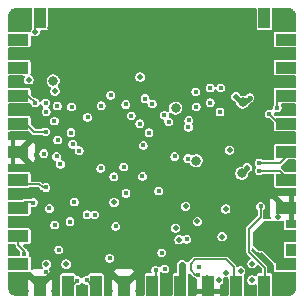
<source format=gbl>
%TF.GenerationSoftware,KiCad,Pcbnew,9.0.1*%
%TF.CreationDate,2025-12-15T21:26:56-06:00*%
%TF.ProjectId,ProtoCore_v1,50726f74-6f43-46f7-9265-5f76312e6b69,rev?*%
%TF.SameCoordinates,Original*%
%TF.FileFunction,Copper,L6,Bot*%
%TF.FilePolarity,Positive*%
%FSLAX46Y46*%
G04 Gerber Fmt 4.6, Leading zero omitted, Abs format (unit mm)*
G04 Created by KiCad (PCBNEW 9.0.1) date 2025-12-15 21:26:56*
%MOMM*%
%LPD*%
G01*
G04 APERTURE LIST*
%TA.AperFunction,SMDPad,CuDef*%
%ADD10R,1.750000X1.000000*%
%TD*%
%TA.AperFunction,SMDPad,CuDef*%
%ADD11R,1.000000X1.750000*%
%TD*%
%TA.AperFunction,SMDPad,CuDef*%
%ADD12C,0.800000*%
%TD*%
%TA.AperFunction,ViaPad*%
%ADD13C,0.450000*%
%TD*%
%TA.AperFunction,ViaPad*%
%ADD14C,0.500000*%
%TD*%
%TA.AperFunction,Conductor*%
%ADD15C,0.200000*%
%TD*%
%TA.AperFunction,Conductor*%
%ADD16C,0.150000*%
%TD*%
%TA.AperFunction,Conductor*%
%ADD17C,0.400000*%
%TD*%
%TA.AperFunction,Conductor*%
%ADD18C,0.300000*%
%TD*%
%TA.AperFunction,Conductor*%
%ADD19C,0.157500*%
%TD*%
%TA.AperFunction,Conductor*%
%ADD20C,0.600000*%
%TD*%
%TA.AperFunction,Conductor*%
%ADD21C,0.500000*%
%TD*%
G04 APERTURE END LIST*
D10*
%TO.P,MOD1,1*%
%TO.N,IO10*%
X138675000Y-109500000D03*
%TO.P,MOD1,2*%
%TO.N,IO7*%
X138675000Y-107125000D03*
%TO.P,MOD1,3*%
%TO.N,IO8*%
X138675000Y-104750000D03*
%TO.P,MOD1,4*%
%TO.N,IO11*%
X138675000Y-102375000D03*
%TO.P,MOD1,5*%
%TO.N,GND*%
X138675000Y-100000000D03*
%TO.P,MOD1,6*%
%TO.N,IO6*%
X138675000Y-97625000D03*
%TO.P,MOD1,7*%
%TO.N,CORE_RESET_N*%
X138675000Y-95250000D03*
%TO.P,MOD1,8*%
%TO.N,IO5*%
X138675000Y-92875000D03*
%TO.P,MOD1,9*%
%TO.N,IO4*%
X138675000Y-90500000D03*
D11*
%TO.P,MOD1,10*%
%TO.N,IO2*%
X140500000Y-88675000D03*
%TO.P,MOD1,11*%
%TO.N,GND*%
X142875000Y-88675000D03*
%TO.P,MOD1,12*%
X145250000Y-88675000D03*
%TO.P,MOD1,16*%
X154750000Y-88675000D03*
%TO.P,MOD1,17*%
X157125000Y-88675000D03*
%TO.P,MOD1,18*%
%TO.N,IO16*%
X159500000Y-88675000D03*
D10*
%TO.P,MOD1,19*%
%TO.N,IO15*%
X161325000Y-90500000D03*
%TO.P,MOD1,20*%
%TO.N,IO14*%
X161325000Y-92875000D03*
%TO.P,MOD1,21*%
%TO.N,IO1*%
X161325000Y-95250000D03*
%TO.P,MOD1,22*%
%TO.N,IO0*%
X161325000Y-97625000D03*
%TO.P,MOD1,23*%
%TO.N,UART0_RX*%
X161325000Y-100000000D03*
%TO.P,MOD1,24*%
%TO.N,UART0_TX*%
X161325000Y-102375000D03*
%TO.P,MOD1,25*%
%TO.N,GND*%
X161325000Y-104750000D03*
%TO.P,MOD1,26*%
%TO.N,VIN*%
X161325000Y-107125000D03*
%TO.P,MOD1,27*%
X161325000Y-109500000D03*
D11*
%TO.P,MOD1,28*%
%TO.N,IO9*%
X159500000Y-111325000D03*
%TO.P,MOD1,29*%
%TO.N,CORE_BOOT_SEL*%
X157125000Y-111325000D03*
%TO.P,MOD1,30*%
%TO.N,GND*%
X154750000Y-111325000D03*
%TO.P,MOD1,31*%
%TO.N,+3V3_AUX*%
X152375000Y-111325000D03*
%TO.P,MOD1,32*%
%TO.N,IO3*%
X150000000Y-111325000D03*
%TO.P,MOD1,33*%
%TO.N,GND*%
X147625000Y-111325000D03*
%TO.P,MOD1,34*%
%TO.N,USB_D+*%
X145250000Y-111325000D03*
%TO.P,MOD1,35*%
%TO.N,USB_D-*%
X142875000Y-111325000D03*
%TO.P,MOD1,36*%
%TO.N,GND*%
X140500000Y-111325000D03*
%TD*%
D12*
%TO.P,TP13,1,1*%
%TO.N,+3V3*%
X157575000Y-101825000D03*
%TD*%
%TO.P,TP7,1,1*%
%TO.N,GND*%
X156800000Y-101025000D03*
%TD*%
%TO.P,TP12,1,1*%
%TO.N,GND*%
X154550000Y-97025000D03*
%TD*%
%TO.P,TP21,1,1*%
%TO.N,+3V3*%
X141600000Y-94000000D03*
%TD*%
%TO.P,TP22,1,1*%
%TO.N,+3V3*%
X151975000Y-96300000D03*
%TD*%
%TO.P,TP2,1,1*%
%TO.N,+3V3*%
X157650000Y-95800000D03*
%TD*%
%TO.P,TP3,1,1*%
%TO.N,CORE_RST_REQ_N*%
X153725000Y-100750000D03*
%TD*%
D13*
%TO.N,GND*%
X146775000Y-104925000D03*
D14*
X141175000Y-90825000D03*
X138250000Y-96437500D03*
D13*
X146110000Y-90400000D03*
D14*
X160687500Y-88250000D03*
X144825000Y-88575000D03*
X146450000Y-88275000D03*
X159250000Y-93275000D03*
X138250000Y-105937500D03*
X153825000Y-106575000D03*
X153950000Y-92950000D03*
X141687500Y-88250000D03*
X156175000Y-90625000D03*
X155600000Y-93400000D03*
X161750000Y-91687500D03*
D13*
X151430000Y-108600000D03*
D14*
X161750000Y-101187500D03*
X143825000Y-90925000D03*
D13*
X139450000Y-105785000D03*
X149075000Y-107850000D03*
D14*
X142400000Y-91775000D03*
X155550000Y-104200000D03*
D13*
X159950000Y-95350000D03*
D14*
X142800000Y-89325000D03*
X157525000Y-93750000D03*
X157975000Y-91550000D03*
D13*
X140125000Y-103700000D03*
D14*
X151525000Y-104612500D03*
X158975000Y-90425000D03*
X146650000Y-92970000D03*
X144050000Y-91900000D03*
D13*
X147575000Y-109400000D03*
D14*
X156625000Y-104225000D03*
X140050000Y-92000000D03*
X152325000Y-93425000D03*
D13*
X148350000Y-108550000D03*
X146110000Y-91399500D03*
X160380000Y-110900000D03*
D14*
X153125000Y-94400000D03*
X143800000Y-89850000D03*
X146630000Y-93770000D03*
D13*
X142075000Y-107500000D03*
X153375000Y-108275000D03*
D14*
X151225000Y-101700000D03*
X154640000Y-105940000D03*
D13*
X141630000Y-101150000D03*
D14*
X146437500Y-111750000D03*
X154637500Y-110687500D03*
D13*
X140175000Y-107425000D03*
D14*
X153450000Y-89485000D03*
D13*
X153600000Y-97600000D03*
D14*
X155937500Y-88250000D03*
X156125000Y-92075000D03*
X148812500Y-111750000D03*
D13*
X139925000Y-108437499D03*
D14*
X152780000Y-96350000D03*
X142925000Y-93125000D03*
X161750000Y-108312500D03*
X138250000Y-91687500D03*
D13*
X142350000Y-110040000D03*
X156050000Y-98850000D03*
D14*
X155325000Y-89525000D03*
X153450000Y-90775000D03*
X154125000Y-88875000D03*
X153462500Y-88250000D03*
D13*
X159200000Y-108825000D03*
X151760000Y-99810000D03*
D14*
X153775000Y-104125000D03*
X155937500Y-105500000D03*
X146690000Y-91880000D03*
D13*
X144710000Y-90400000D03*
D14*
X139312500Y-111750000D03*
D13*
X143525000Y-108425000D03*
X151750000Y-109925000D03*
D14*
X161750000Y-94062500D03*
X154640000Y-108315000D03*
X144062500Y-111750000D03*
D13*
X140125000Y-100275000D03*
D14*
X138250000Y-110687500D03*
D13*
X144710000Y-91400500D03*
D14*
X160687500Y-111750000D03*
X138250000Y-108312500D03*
X155925000Y-106250000D03*
X158312500Y-111750000D03*
X150375000Y-92475000D03*
X152160000Y-90775000D03*
D13*
X149375000Y-102700000D03*
D14*
X138250000Y-103562500D03*
X141375000Y-89525000D03*
X151225000Y-94450000D03*
X161750000Y-103562500D03*
D13*
X155525000Y-96050000D03*
D14*
X152825000Y-91450000D03*
X148925000Y-91350000D03*
D13*
X159075000Y-110100000D03*
X146110000Y-92399500D03*
D14*
X138250000Y-89312500D03*
X138250000Y-98812500D03*
X138250000Y-94062500D03*
X155937500Y-111750000D03*
X138250000Y-101187500D03*
D13*
X144080000Y-110410000D03*
X144710000Y-92400000D03*
X152525000Y-108287500D03*
D14*
X146600000Y-88975000D03*
X148290000Y-90775000D03*
D13*
X141350000Y-103775000D03*
D14*
X147000000Y-90775000D03*
D13*
X144800000Y-105850000D03*
D14*
X144160000Y-93000000D03*
X148930000Y-93020000D03*
D13*
X156550000Y-96925000D03*
X141044098Y-110150000D03*
D14*
X157700000Y-106250000D03*
X150250000Y-91400000D03*
X157060000Y-94670000D03*
D13*
X160800000Y-110375000D03*
D14*
X144000000Y-88250000D03*
D13*
X144710000Y-89400500D03*
D14*
X159650000Y-91900000D03*
X147650000Y-91425000D03*
X151975000Y-105725000D03*
X158312500Y-105500000D03*
X144230000Y-93780000D03*
X149175000Y-98775000D03*
D13*
X146420000Y-109600000D03*
D14*
X149580000Y-90775000D03*
X160687500Y-105500000D03*
X151187500Y-111750000D03*
X157040000Y-100420000D03*
X154150000Y-90125000D03*
X157525000Y-89575000D03*
X161750000Y-96437500D03*
X161750000Y-98812500D03*
X145625000Y-88975000D03*
X147396643Y-97764828D03*
X152481250Y-95400000D03*
D13*
X144830000Y-93410000D03*
D14*
X161750000Y-89312500D03*
X150850000Y-95750000D03*
X147398026Y-99548026D03*
X161750000Y-110687500D03*
D13*
X141020000Y-97560000D03*
D14*
X158312500Y-88250000D03*
X139312500Y-88250000D03*
D13*
X147200000Y-101700000D03*
D14*
X154200000Y-91350000D03*
X150870000Y-90775000D03*
D13*
X153350000Y-110875000D03*
X157870002Y-94900000D03*
X159975000Y-109650000D03*
D14*
X145601974Y-99551974D03*
X157630000Y-100770000D03*
X141687500Y-111750000D03*
D13*
X145990000Y-93410000D03*
D14*
X141175000Y-93325000D03*
X145600592Y-97764828D03*
X153575000Y-111750000D03*
D13*
X147125000Y-106850000D03*
X151425000Y-98075000D03*
D14*
X151550000Y-91375000D03*
X161750000Y-105937500D03*
%TO.N,+3V3*%
X139550000Y-93900000D03*
X157475000Y-110080000D03*
X151975000Y-106450000D03*
X156550000Y-99850000D03*
X141044098Y-109502500D03*
D13*
X142225003Y-101050000D03*
D14*
X152025000Y-96350000D03*
X141775000Y-94850000D03*
X157075000Y-95325000D03*
X158450000Y-110875000D03*
X158050000Y-101350000D03*
X155925000Y-107175000D03*
D13*
X153015000Y-100575000D03*
D14*
X146775000Y-104277297D03*
X156225000Y-104850000D03*
D13*
X154900000Y-94600000D03*
D14*
X153825000Y-105900000D03*
X148975000Y-93675000D03*
X142707149Y-109510702D03*
X156275000Y-110224999D03*
X152825000Y-104625000D03*
X158450000Y-109475000D03*
D13*
X141020000Y-96600000D03*
X158268355Y-95425659D03*
D14*
X155630000Y-110875000D03*
X141575000Y-93875000D03*
X152275000Y-107450000D03*
D13*
%TO.N,VIN*%
X159900000Y-107475000D03*
X160800000Y-107125000D03*
X159600000Y-106150000D03*
X159025000Y-108075000D03*
X160800000Y-108175000D03*
%TO.N,/Microcontroller/BOOT1*%
X155800000Y-94585000D03*
X147766915Y-95991915D03*
%TO.N,/Microcontroller/UART0_RX_MCU*%
X149390202Y-95500000D03*
X153675000Y-94925000D03*
%TO.N,I2C0_SCL*%
X143400000Y-104250000D03*
X141740000Y-106200000D03*
X143040000Y-105910000D03*
X141300000Y-104800000D03*
%TO.N,USB_D-*%
X144475000Y-105325000D03*
X143650000Y-110900000D03*
%TO.N,USB_D+*%
X144476248Y-110873830D03*
X145125000Y-105325000D03*
%TO.N,UART0_RX*%
X153725000Y-96200000D03*
X159050000Y-100950000D03*
%TO.N,EMMC_DAT1*%
X154900000Y-95850000D03*
X151390420Y-97467520D03*
%TO.N,EMMC_DAT2*%
X155740631Y-96635214D03*
X151900000Y-100400000D03*
%TO.N,EMMC_DAT3*%
X149245343Y-99454657D03*
X153065209Y-97909768D03*
%TO.N,EMMC_DAT0*%
X153099420Y-97334595D03*
X149725000Y-98400000D03*
%TO.N,IO4*%
X141950000Y-96125000D03*
D14*
X139200000Y-90500000D03*
D13*
%TO.N,QSPI_IO3*%
X150800000Y-108550000D03*
X146750000Y-102125000D03*
%TO.N,IO2*%
X143175000Y-96200000D03*
D14*
X140100000Y-89825000D03*
D13*
%TO.N,IO0*%
X145669818Y-96105182D03*
X159925000Y-96800000D03*
%TO.N,UART0_TX*%
X150000000Y-95950000D03*
X159050000Y-101600000D03*
%TO.N,IO7*%
X142000000Y-99000000D03*
X139180000Y-108650000D03*
%TO.N,IO11*%
X141000000Y-103025000D03*
X143825000Y-99925000D03*
%TO.N,IO9*%
X153984788Y-109750000D03*
X159175000Y-104625000D03*
X143275000Y-99350000D03*
%TO.N,QSPI_IO2*%
X146400000Y-109000000D03*
X147775000Y-103500000D03*
%TO.N,QSPI_IO0*%
X149175000Y-102075000D03*
X151050000Y-109925000D03*
%TO.N,IO10*%
X141900000Y-100400000D03*
X139275000Y-109400000D03*
%TO.N,IO8*%
X140825000Y-100150000D03*
X139925000Y-104300000D03*
%TO.N,IO5*%
X141725000Y-97400000D03*
X139250000Y-93025000D03*
%TO.N,IO14*%
X160700000Y-92850000D03*
X151025000Y-96900000D03*
%TO.N,IO1*%
X160575000Y-96275000D03*
X144525000Y-97075000D03*
%TO.N,IO6*%
X140975000Y-98300000D03*
%TO.N,QSPI_IO1*%
X146912500Y-106312500D03*
X147587500Y-101287500D03*
%TO.N,IO3*%
X143125000Y-98375000D03*
X150300000Y-110025000D03*
%TO.N,INT_IMU*%
X142087499Y-108300000D03*
X145650000Y-101400000D03*
%TO.N,+3V3_AUX*%
X152525000Y-110225000D03*
X152525000Y-109600000D03*
%TO.N,CORE_BOOT_SEL*%
X140975000Y-95850000D03*
X153910000Y-110400000D03*
D14*
%TO.N,IO16*%
X159500000Y-89250000D03*
D13*
X148225000Y-96950000D03*
%TO.N,CORE_RESET_N*%
X140080000Y-95850000D03*
%TO.N,3V3_AUX_EN*%
X152925000Y-107412500D03*
X150550000Y-103325000D03*
%TO.N,CORE_RST_REQ_N*%
X146500000Y-95200000D03*
X153625000Y-100600000D03*
D14*
%TO.N,IO15*%
X160750000Y-90675000D03*
D13*
X148950000Y-97625000D03*
%TD*%
D15*
%TO.N,IO1*%
X160700000Y-95250000D02*
X161325000Y-95250000D01*
X160575000Y-96275000D02*
X160575000Y-95375000D01*
X160575000Y-95375000D02*
X160700000Y-95250000D01*
X160525000Y-96325000D02*
X160575000Y-96275000D01*
D16*
%TO.N,IO9*%
X158175000Y-106525000D02*
X159175000Y-105525000D01*
X159175000Y-105525000D02*
X159175000Y-104625000D01*
X159526000Y-109826000D02*
X158175000Y-108475000D01*
X158175000Y-108475000D02*
X158175000Y-106525000D01*
X159526000Y-111299000D02*
X159526000Y-109826000D01*
%TO.N,CORE_BOOT_SEL*%
X156900000Y-109725000D02*
X156900000Y-111100000D01*
X156275000Y-109100000D02*
X156900000Y-109725000D01*
X153250000Y-110025000D02*
X153250000Y-109475000D01*
X153250000Y-109475000D02*
X153625000Y-109100000D01*
X153625000Y-109100000D02*
X156275000Y-109100000D01*
X153625000Y-110400000D02*
X153250000Y-110025000D01*
X156900000Y-111100000D02*
X157125000Y-111325000D01*
X153910000Y-110400000D02*
X153625000Y-110400000D01*
D15*
%TO.N,IO7*%
X138675000Y-107925000D02*
X138675000Y-107125000D01*
X139180000Y-108430000D02*
X138675000Y-107925000D01*
X139180000Y-108650000D02*
X139180000Y-108430000D01*
X139219096Y-108610904D02*
X139180000Y-108650000D01*
D17*
%TO.N,GND*%
X155175000Y-111750000D02*
X154750000Y-111325000D01*
X153562500Y-111750000D02*
X154325000Y-111750000D01*
X161750000Y-104325000D02*
X161325000Y-104750000D01*
D15*
X138250000Y-99575000D02*
X138675000Y-100000000D01*
D17*
X161750000Y-105937500D02*
X161750000Y-105175000D01*
D18*
X138250000Y-101187500D02*
X138250000Y-100425000D01*
X138250000Y-98812500D02*
X138250000Y-99575000D01*
D17*
X161750000Y-103562500D02*
X161750000Y-104325000D01*
X155937500Y-111750000D02*
X155175000Y-111750000D01*
X154325000Y-111750000D02*
X154750000Y-111325000D01*
X161750000Y-105175000D02*
X161325000Y-104750000D01*
D15*
X138250000Y-100425000D02*
X138675000Y-100000000D01*
D17*
%TO.N,+3V3*%
X157550000Y-95800000D02*
X157075000Y-95325000D01*
X158268355Y-95425659D02*
X157894014Y-95800000D01*
D18*
X157075000Y-95325000D02*
X157175000Y-95325000D01*
D17*
X157650000Y-95800000D02*
X157550000Y-95800000D01*
X157894014Y-95800000D02*
X157650000Y-95800000D01*
X157575000Y-101825000D02*
X158050000Y-101350000D01*
D19*
%TO.N,USB_D-*%
X142875000Y-111325000D02*
X143225000Y-111325000D01*
X143225000Y-111325000D02*
X143650000Y-110900000D01*
%TO.N,USB_D+*%
X144927418Y-111325000D02*
X144476248Y-110873830D01*
X145250000Y-111325000D02*
X145250000Y-110675000D01*
X145675000Y-110900000D02*
X145250000Y-111325000D01*
X145250000Y-111325000D02*
X144927418Y-111325000D01*
D15*
%TO.N,UART0_RX*%
X159050000Y-100950000D02*
X160850000Y-100950000D01*
X160850000Y-100950000D02*
X161325000Y-100475000D01*
X161325000Y-100475000D02*
X161325000Y-100000000D01*
D16*
%TO.N,IO4*%
X138675000Y-90500000D02*
X139200000Y-90500000D01*
D15*
%TO.N,IO2*%
X140100000Y-89075000D02*
X140500000Y-88675000D01*
X140100000Y-89825000D02*
X140100000Y-89075000D01*
D16*
%TO.N,IO0*%
X159925000Y-96800000D02*
X160750000Y-97625000D01*
X161025000Y-97625000D02*
X161325000Y-97325000D01*
X161325000Y-97325000D02*
X161325000Y-97625000D01*
X160750000Y-97625000D02*
X161025000Y-97625000D01*
D15*
%TO.N,UART0_TX*%
X159050000Y-101600000D02*
X160800000Y-101600000D01*
X161325000Y-102125000D02*
X161325000Y-102375000D01*
X160800000Y-101600000D02*
X161325000Y-102125000D01*
D16*
%TO.N,IO11*%
X140725000Y-103025000D02*
X140450000Y-102750000D01*
X140450000Y-102750000D02*
X139050000Y-102750000D01*
X141000000Y-103025000D02*
X140725000Y-103025000D01*
X139050000Y-102750000D02*
X138675000Y-102375000D01*
X138675000Y-102125000D02*
X138675000Y-102375000D01*
X139075000Y-102775000D02*
X138675000Y-102375000D01*
D15*
%TO.N,IO9*%
X159500000Y-111325000D02*
X159526000Y-111299000D01*
%TO.N,IO10*%
X139275000Y-109500000D02*
X138675000Y-109500000D01*
%TO.N,IO8*%
X139150000Y-104275000D02*
X138675000Y-104750000D01*
X139925000Y-104275000D02*
X139150000Y-104275000D01*
D17*
X138700000Y-104750000D02*
X138675000Y-104750000D01*
D15*
%TO.N,IO5*%
X139100000Y-92875000D02*
X139250000Y-93025000D01*
X138675000Y-92875000D02*
X139100000Y-92875000D01*
%TO.N,IO6*%
X140975000Y-98300000D02*
X139975000Y-98300000D01*
X139975000Y-98300000D02*
X139300000Y-97625000D01*
X139300000Y-97625000D02*
X138675000Y-97625000D01*
%TO.N,IO3*%
X150300000Y-111025000D02*
X150000000Y-111325000D01*
X150300000Y-110025000D02*
X150300000Y-111025000D01*
D20*
%TO.N,+3V3_AUX*%
X152525000Y-109600000D02*
X152525000Y-110225000D01*
D17*
X152375000Y-111325000D02*
X152375000Y-110950000D01*
D21*
X152525000Y-111175000D02*
X152375000Y-111325000D01*
D20*
X152525000Y-110225000D02*
X152525000Y-111175000D01*
D16*
%TO.N,CORE_BOOT_SEL*%
X157125000Y-111325000D02*
X157125000Y-110975000D01*
X157525000Y-111325000D02*
X157125000Y-111325000D01*
D15*
%TO.N,CORE_RESET_N*%
X140130000Y-95900000D02*
X139480000Y-95250000D01*
X139480000Y-95250000D02*
X138675000Y-95250000D01*
D16*
%TO.N,IO15*%
X160925000Y-90500000D02*
X160750000Y-90675000D01*
X161325000Y-90500000D02*
X160925000Y-90500000D01*
%TD*%
%TA.AperFunction,Conductor*%
%TO.N,GND*%
G36*
X158792539Y-87820185D02*
G01*
X158838294Y-87872989D01*
X158849500Y-87924500D01*
X158849500Y-89564820D01*
X158849500Y-89564822D01*
X158849499Y-89564822D01*
X158858231Y-89608717D01*
X158858232Y-89608721D01*
X158858233Y-89608722D01*
X158891496Y-89658504D01*
X158941278Y-89691767D01*
X158941281Y-89691767D01*
X158941282Y-89691768D01*
X158985177Y-89700500D01*
X159700000Y-89700500D01*
X159700000Y-96496313D01*
X159694436Y-96499526D01*
X159624526Y-96569436D01*
X159575091Y-96655059D01*
X159575091Y-96655060D01*
X159575090Y-96655062D01*
X159549500Y-96750565D01*
X159549500Y-96849435D01*
X159575090Y-96944938D01*
X159575091Y-96944939D01*
X159575091Y-96944940D01*
X159588337Y-96967882D01*
X159624525Y-97030562D01*
X159694438Y-97100475D01*
X159700000Y-97103686D01*
X159700000Y-100699500D01*
X159381899Y-100699500D01*
X159314860Y-100679815D01*
X159294218Y-100663181D01*
X159280563Y-100649526D01*
X159280562Y-100649525D01*
X159194938Y-100600090D01*
X159099435Y-100574500D01*
X159000565Y-100574500D01*
X158905062Y-100600090D01*
X158905060Y-100600091D01*
X158905059Y-100600091D01*
X158819436Y-100649526D01*
X158749526Y-100719436D01*
X158700091Y-100805059D01*
X158700091Y-100805060D01*
X158700090Y-100805062D01*
X158674500Y-100900565D01*
X158674500Y-100999435D01*
X158700090Y-101094938D01*
X158700091Y-101094939D01*
X158700091Y-101094940D01*
X158702686Y-101099435D01*
X158743101Y-101169436D01*
X158749526Y-101180563D01*
X158756282Y-101187319D01*
X158789767Y-101248642D01*
X158784783Y-101318334D01*
X158756282Y-101362681D01*
X158749526Y-101369436D01*
X158700091Y-101455059D01*
X158700091Y-101455060D01*
X158700090Y-101455062D01*
X158674500Y-101550565D01*
X158674500Y-101649435D01*
X158700090Y-101744938D01*
X158700091Y-101744939D01*
X158700091Y-101744940D01*
X158713337Y-101767882D01*
X158749525Y-101830562D01*
X158819438Y-101900475D01*
X158905062Y-101949910D01*
X159000565Y-101975500D01*
X159000567Y-101975500D01*
X159099432Y-101975500D01*
X159099435Y-101975500D01*
X159194938Y-101949910D01*
X159280562Y-101900475D01*
X159294218Y-101886819D01*
X159355541Y-101853334D01*
X159381899Y-101850500D01*
X159700000Y-101850500D01*
X159700000Y-103250000D01*
X150918650Y-103250000D01*
X150899910Y-103180062D01*
X150850475Y-103094438D01*
X150780562Y-103024525D01*
X150694938Y-102975090D01*
X150599435Y-102949500D01*
X150500565Y-102949500D01*
X150405062Y-102975090D01*
X150405060Y-102975091D01*
X150405059Y-102975091D01*
X150319436Y-103024526D01*
X150249526Y-103094436D01*
X150200091Y-103180059D01*
X150200091Y-103180060D01*
X150200090Y-103180062D01*
X150181350Y-103250000D01*
X148056037Y-103250000D01*
X148005562Y-103199525D01*
X147919938Y-103150090D01*
X147824435Y-103124500D01*
X147725565Y-103124500D01*
X147630062Y-103150090D01*
X147630060Y-103150091D01*
X147630059Y-103150091D01*
X147544436Y-103199526D01*
X147493962Y-103250000D01*
X141303686Y-103250000D01*
X141349910Y-103169938D01*
X141375500Y-103074435D01*
X141375500Y-102975565D01*
X141349910Y-102880062D01*
X141300475Y-102794438D01*
X141230562Y-102724525D01*
X141144938Y-102675090D01*
X141049435Y-102649500D01*
X140950565Y-102649500D01*
X140855062Y-102675090D01*
X140855060Y-102675090D01*
X140855060Y-102675091D01*
X140855057Y-102675092D01*
X140835348Y-102686471D01*
X140808288Y-102693034D01*
X140782196Y-102702767D01*
X140774800Y-102701158D01*
X140767447Y-102702942D01*
X140741133Y-102693834D01*
X140713923Y-102687915D01*
X140705229Y-102681407D01*
X140701421Y-102680089D01*
X140685669Y-102666764D01*
X140658610Y-102639705D01*
X140641170Y-102622264D01*
X140600000Y-102581094D01*
X140600000Y-102075565D01*
X146374500Y-102075565D01*
X146374500Y-102174435D01*
X146400090Y-102269938D01*
X146449525Y-102355562D01*
X146519438Y-102425475D01*
X146605062Y-102474910D01*
X146700565Y-102500500D01*
X146700567Y-102500500D01*
X146799432Y-102500500D01*
X146799435Y-102500500D01*
X146894938Y-102474910D01*
X146980562Y-102425475D01*
X147050475Y-102355562D01*
X147099910Y-102269938D01*
X147125500Y-102174435D01*
X147125500Y-102075565D01*
X147112103Y-102025565D01*
X148799500Y-102025565D01*
X148799500Y-102124435D01*
X148825090Y-102219938D01*
X148874525Y-102305562D01*
X148944438Y-102375475D01*
X149030062Y-102424910D01*
X149125565Y-102450500D01*
X149125567Y-102450500D01*
X149224432Y-102450500D01*
X149224435Y-102450500D01*
X149319938Y-102424910D01*
X149405562Y-102375475D01*
X149475475Y-102305562D01*
X149524910Y-102219938D01*
X149550500Y-102124435D01*
X149550500Y-102025565D01*
X149524910Y-101930062D01*
X149475475Y-101844438D01*
X149405562Y-101774525D01*
X149367457Y-101752525D01*
X157024500Y-101752525D01*
X157024500Y-101897475D01*
X157058822Y-102025565D01*
X157062017Y-102037488D01*
X157134488Y-102163011D01*
X157134490Y-102163013D01*
X157134491Y-102163015D01*
X157236985Y-102265509D01*
X157236986Y-102265510D01*
X157236988Y-102265511D01*
X157362511Y-102337982D01*
X157362512Y-102337982D01*
X157362515Y-102337984D01*
X157502525Y-102375500D01*
X157502528Y-102375500D01*
X157647472Y-102375500D01*
X157647475Y-102375500D01*
X157787485Y-102337984D01*
X157913015Y-102265509D01*
X158015509Y-102163015D01*
X158087984Y-102037485D01*
X158125500Y-101897475D01*
X158125500Y-101838819D01*
X158145185Y-101771780D01*
X158197989Y-101726025D01*
X158202057Y-101724254D01*
X158204577Y-101723209D01*
X158204587Y-101723207D01*
X158295913Y-101670480D01*
X158370480Y-101595913D01*
X158423207Y-101504587D01*
X158450500Y-101402727D01*
X158450500Y-101297273D01*
X158423207Y-101195413D01*
X158370480Y-101104087D01*
X158295913Y-101029520D01*
X158204587Y-100976793D01*
X158102727Y-100949500D01*
X157997273Y-100949500D01*
X157895413Y-100976793D01*
X157895410Y-100976794D01*
X157804085Y-101029521D01*
X157729522Y-101104084D01*
X157729520Y-101104086D01*
X157729520Y-101104087D01*
X157696093Y-101161983D01*
X157676794Y-101195411D01*
X157675743Y-101197949D01*
X157674282Y-101199762D01*
X157672729Y-101202452D01*
X157672309Y-101202209D01*
X157631904Y-101252354D01*
X157565610Y-101274421D01*
X157561180Y-101274500D01*
X157502525Y-101274500D01*
X157373993Y-101308940D01*
X157362511Y-101312017D01*
X157236988Y-101384488D01*
X157236982Y-101384493D01*
X157134493Y-101486982D01*
X157134488Y-101486988D01*
X157062017Y-101612511D01*
X157062016Y-101612515D01*
X157024500Y-101752525D01*
X149367457Y-101752525D01*
X149319938Y-101725090D01*
X149224435Y-101699500D01*
X149125565Y-101699500D01*
X149030062Y-101725090D01*
X149030060Y-101725091D01*
X149030059Y-101725091D01*
X148944436Y-101774526D01*
X148874526Y-101844436D01*
X148825091Y-101930059D01*
X148825091Y-101930060D01*
X148825090Y-101930062D01*
X148799500Y-102025565D01*
X147112103Y-102025565D01*
X147099910Y-101980062D01*
X147050475Y-101894438D01*
X146980562Y-101824525D01*
X146894938Y-101775090D01*
X146799435Y-101749500D01*
X146700565Y-101749500D01*
X146605062Y-101775090D01*
X146605060Y-101775091D01*
X146605059Y-101775091D01*
X146519436Y-101824526D01*
X146449526Y-101894436D01*
X146400091Y-101980059D01*
X146400091Y-101980060D01*
X146400090Y-101980062D01*
X146374500Y-102075565D01*
X140600000Y-102075565D01*
X140600000Y-100453686D01*
X140680062Y-100499910D01*
X140775565Y-100525500D01*
X140775567Y-100525500D01*
X140874432Y-100525500D01*
X140874435Y-100525500D01*
X140969938Y-100499910D01*
X141055562Y-100450475D01*
X141125475Y-100380562D01*
X141142794Y-100350565D01*
X141524500Y-100350565D01*
X141524500Y-100449435D01*
X141550090Y-100544938D01*
X141599525Y-100630562D01*
X141669438Y-100700475D01*
X141755062Y-100749910D01*
X141786067Y-100758217D01*
X141845726Y-100794582D01*
X141876255Y-100857429D01*
X141873747Y-100910085D01*
X141859706Y-100962488D01*
X141849503Y-101000565D01*
X141849503Y-101099435D01*
X141875093Y-101194938D01*
X141875094Y-101194939D01*
X141875094Y-101194940D01*
X141875366Y-101195411D01*
X141924528Y-101280562D01*
X141994441Y-101350475D01*
X142080065Y-101399910D01*
X142175568Y-101425500D01*
X142175570Y-101425500D01*
X142274435Y-101425500D01*
X142274438Y-101425500D01*
X142369941Y-101399910D01*
X142455409Y-101350565D01*
X145274500Y-101350565D01*
X145274500Y-101449435D01*
X145300090Y-101544938D01*
X145349525Y-101630562D01*
X145419438Y-101700475D01*
X145505062Y-101749910D01*
X145600565Y-101775500D01*
X145600567Y-101775500D01*
X145699432Y-101775500D01*
X145699435Y-101775500D01*
X145794938Y-101749910D01*
X145880562Y-101700475D01*
X145950475Y-101630562D01*
X145999910Y-101544938D01*
X146025500Y-101449435D01*
X146025500Y-101350565D01*
X145999910Y-101255062D01*
X145990097Y-101238065D01*
X147212000Y-101238065D01*
X147212000Y-101336935D01*
X147237590Y-101432438D01*
X147287025Y-101518062D01*
X147356938Y-101587975D01*
X147442562Y-101637410D01*
X147538065Y-101663000D01*
X147538067Y-101663000D01*
X147636932Y-101663000D01*
X147636935Y-101663000D01*
X147732438Y-101637410D01*
X147818062Y-101587975D01*
X147887975Y-101518062D01*
X147937410Y-101432438D01*
X147963000Y-101336935D01*
X147963000Y-101238065D01*
X147937410Y-101142562D01*
X147887975Y-101056938D01*
X147818062Y-100987025D01*
X147732438Y-100937590D01*
X147636935Y-100912000D01*
X147538065Y-100912000D01*
X147442562Y-100937590D01*
X147442560Y-100937591D01*
X147442559Y-100937591D01*
X147356936Y-100987026D01*
X147287026Y-101056936D01*
X147237591Y-101142559D01*
X147237591Y-101142560D01*
X147237590Y-101142562D01*
X147212000Y-101238065D01*
X145990097Y-101238065D01*
X145950475Y-101169438D01*
X145880562Y-101099525D01*
X145794938Y-101050090D01*
X145699435Y-101024500D01*
X145600565Y-101024500D01*
X145505062Y-101050090D01*
X145505060Y-101050091D01*
X145505059Y-101050091D01*
X145419436Y-101099526D01*
X145349526Y-101169436D01*
X145300091Y-101255059D01*
X145300091Y-101255060D01*
X145300090Y-101255062D01*
X145274500Y-101350565D01*
X142455409Y-101350565D01*
X142455565Y-101350475D01*
X142525478Y-101280562D01*
X142574913Y-101194938D01*
X142600503Y-101099435D01*
X142600503Y-101000565D01*
X142574913Y-100905062D01*
X142525478Y-100819438D01*
X142455565Y-100749525D01*
X142370608Y-100700475D01*
X142369943Y-100700091D01*
X142369938Y-100700089D01*
X142338934Y-100691781D01*
X142279274Y-100655415D01*
X142248746Y-100592567D01*
X142251254Y-100539919D01*
X142275500Y-100449435D01*
X142275500Y-100350565D01*
X151524500Y-100350565D01*
X151524500Y-100449435D01*
X151550090Y-100544938D01*
X151599525Y-100630562D01*
X151669438Y-100700475D01*
X151755062Y-100749910D01*
X151850565Y-100775500D01*
X151850567Y-100775500D01*
X151949432Y-100775500D01*
X151949435Y-100775500D01*
X152044938Y-100749910D01*
X152130562Y-100700475D01*
X152200475Y-100630562D01*
X152249910Y-100544938D01*
X152255101Y-100525565D01*
X152639500Y-100525565D01*
X152639500Y-100624435D01*
X152665090Y-100719938D01*
X152714525Y-100805562D01*
X152784438Y-100875475D01*
X152870062Y-100924910D01*
X152965565Y-100950500D01*
X152965567Y-100950500D01*
X153064432Y-100950500D01*
X153064435Y-100950500D01*
X153094347Y-100942485D01*
X153164194Y-100944148D01*
X153222056Y-100983310D01*
X153233824Y-101000258D01*
X153284491Y-101088015D01*
X153386985Y-101190509D01*
X153386986Y-101190510D01*
X153386988Y-101190511D01*
X153512511Y-101262982D01*
X153512512Y-101262982D01*
X153512515Y-101262984D01*
X153652525Y-101300500D01*
X153652528Y-101300500D01*
X153797472Y-101300500D01*
X153797475Y-101300500D01*
X153937485Y-101262984D01*
X154063015Y-101190509D01*
X154165509Y-101088015D01*
X154237984Y-100962485D01*
X154275500Y-100822475D01*
X154275500Y-100677525D01*
X154237984Y-100537515D01*
X154187731Y-100450475D01*
X154165511Y-100411988D01*
X154165506Y-100411982D01*
X154063017Y-100309493D01*
X154063011Y-100309488D01*
X153937488Y-100237017D01*
X153937489Y-100237017D01*
X153926006Y-100233940D01*
X153797475Y-100199500D01*
X153652525Y-100199500D01*
X153512515Y-100237015D01*
X153512512Y-100237016D01*
X153512493Y-100237028D01*
X153508378Y-100239301D01*
X153496057Y-100245803D01*
X153480062Y-100250090D01*
X153396276Y-100298463D01*
X153394180Y-100299570D01*
X153362163Y-100306060D01*
X153330403Y-100313765D01*
X153328095Y-100312966D01*
X153325704Y-100313451D01*
X153295257Y-100301600D01*
X153264376Y-100290912D01*
X153261461Y-100288446D01*
X153260592Y-100288108D01*
X153259843Y-100287077D01*
X153248623Y-100277586D01*
X153245563Y-100274526D01*
X153245562Y-100274525D01*
X153159938Y-100225090D01*
X153064435Y-100199500D01*
X152965565Y-100199500D01*
X152870062Y-100225090D01*
X152870060Y-100225091D01*
X152870059Y-100225091D01*
X152784436Y-100274526D01*
X152714526Y-100344436D01*
X152665091Y-100430059D01*
X152665091Y-100430060D01*
X152665090Y-100430062D01*
X152639500Y-100525565D01*
X152255101Y-100525565D01*
X152275500Y-100449435D01*
X152275500Y-100350565D01*
X152249910Y-100255062D01*
X152200475Y-100169438D01*
X152130562Y-100099525D01*
X152044938Y-100050090D01*
X151949435Y-100024500D01*
X151850565Y-100024500D01*
X151755062Y-100050090D01*
X151755060Y-100050091D01*
X151755059Y-100050091D01*
X151669436Y-100099526D01*
X151599526Y-100169436D01*
X151550091Y-100255059D01*
X151550091Y-100255060D01*
X151550090Y-100255062D01*
X151524500Y-100350565D01*
X142275500Y-100350565D01*
X142249910Y-100255062D01*
X142200475Y-100169438D01*
X142130562Y-100099525D01*
X142044938Y-100050090D01*
X141949435Y-100024500D01*
X141850565Y-100024500D01*
X141755062Y-100050090D01*
X141755060Y-100050091D01*
X141755059Y-100050091D01*
X141669436Y-100099526D01*
X141599526Y-100169436D01*
X141550091Y-100255059D01*
X141550091Y-100255060D01*
X141550090Y-100255062D01*
X141524500Y-100350565D01*
X141142794Y-100350565D01*
X141174910Y-100294938D01*
X141200500Y-100199435D01*
X141200500Y-100100565D01*
X141174910Y-100005062D01*
X141125475Y-99919438D01*
X141055562Y-99849525D01*
X140969938Y-99800090D01*
X140874435Y-99774500D01*
X140775565Y-99774500D01*
X140680062Y-99800090D01*
X140680060Y-99800091D01*
X140680059Y-99800091D01*
X140600000Y-99846313D01*
X140600000Y-98950565D01*
X141624500Y-98950565D01*
X141624500Y-99049435D01*
X141650090Y-99144938D01*
X141699525Y-99230562D01*
X141769438Y-99300475D01*
X141855062Y-99349910D01*
X141950565Y-99375500D01*
X141950567Y-99375500D01*
X142049432Y-99375500D01*
X142049435Y-99375500D01*
X142144938Y-99349910D01*
X142230406Y-99300565D01*
X142899500Y-99300565D01*
X142899500Y-99399435D01*
X142925090Y-99494938D01*
X142974525Y-99580562D01*
X143044438Y-99650475D01*
X143130062Y-99699910D01*
X143225565Y-99725500D01*
X143225567Y-99725500D01*
X143328110Y-99725500D01*
X143395149Y-99745185D01*
X143440904Y-99797989D01*
X143450848Y-99867147D01*
X143450179Y-99870407D01*
X143449500Y-99875563D01*
X143449500Y-99875565D01*
X143449500Y-99974435D01*
X143475090Y-100069938D01*
X143524525Y-100155562D01*
X143594438Y-100225475D01*
X143680062Y-100274910D01*
X143775565Y-100300500D01*
X143775567Y-100300500D01*
X143874432Y-100300500D01*
X143874435Y-100300500D01*
X143969938Y-100274910D01*
X144055562Y-100225475D01*
X144125475Y-100155562D01*
X144174910Y-100069938D01*
X144200500Y-99974435D01*
X144200500Y-99875565D01*
X144174910Y-99780062D01*
X144125475Y-99694438D01*
X144055562Y-99624525D01*
X143969938Y-99575090D01*
X143874435Y-99549500D01*
X143775565Y-99549500D01*
X143771890Y-99549500D01*
X143704851Y-99529815D01*
X143659096Y-99477011D01*
X143648410Y-99414154D01*
X143649230Y-99405222D01*
X148869843Y-99405222D01*
X148869843Y-99504092D01*
X148895433Y-99599595D01*
X148944868Y-99685219D01*
X149014781Y-99755132D01*
X149100405Y-99804567D01*
X149195908Y-99830157D01*
X149195910Y-99830157D01*
X149294775Y-99830157D01*
X149294778Y-99830157D01*
X149390281Y-99804567D01*
X149402915Y-99797273D01*
X156149500Y-99797273D01*
X156149500Y-99902726D01*
X156176793Y-100004586D01*
X156176794Y-100004589D01*
X156177066Y-100005060D01*
X156229520Y-100095913D01*
X156304087Y-100170480D01*
X156395413Y-100223207D01*
X156497273Y-100250500D01*
X156497275Y-100250500D01*
X156602725Y-100250500D01*
X156602727Y-100250500D01*
X156704587Y-100223207D01*
X156795913Y-100170480D01*
X156870480Y-100095913D01*
X156923207Y-100004587D01*
X156950500Y-99902727D01*
X156950500Y-99797273D01*
X156923207Y-99695413D01*
X156870480Y-99604087D01*
X156795913Y-99529520D01*
X156704587Y-99476793D01*
X156602727Y-99449500D01*
X156497273Y-99449500D01*
X156395413Y-99476793D01*
X156395410Y-99476794D01*
X156304085Y-99529521D01*
X156229521Y-99604085D01*
X156176794Y-99695410D01*
X156176793Y-99695413D01*
X156149500Y-99797273D01*
X149402915Y-99797273D01*
X149475905Y-99755132D01*
X149545818Y-99685219D01*
X149595253Y-99599595D01*
X149620843Y-99504092D01*
X149620843Y-99405222D01*
X149595253Y-99309719D01*
X149545818Y-99224095D01*
X149475905Y-99154182D01*
X149390281Y-99104747D01*
X149294778Y-99079157D01*
X149195908Y-99079157D01*
X149100405Y-99104747D01*
X149100403Y-99104748D01*
X149100402Y-99104748D01*
X149014779Y-99154183D01*
X148944869Y-99224093D01*
X148895434Y-99309716D01*
X148895434Y-99309717D01*
X148895433Y-99309719D01*
X148869843Y-99405222D01*
X143649230Y-99405222D01*
X143649377Y-99403624D01*
X143650500Y-99399435D01*
X143650500Y-99300565D01*
X143624910Y-99205062D01*
X143575475Y-99119438D01*
X143505562Y-99049525D01*
X143419938Y-99000090D01*
X143324435Y-98974500D01*
X143225565Y-98974500D01*
X143144965Y-98996096D01*
X143144963Y-98996097D01*
X143130060Y-99000090D01*
X143130059Y-99000091D01*
X143044436Y-99049526D01*
X142974526Y-99119436D01*
X142925091Y-99205059D01*
X142925091Y-99205060D01*
X142925090Y-99205062D01*
X142899500Y-99300565D01*
X142230406Y-99300565D01*
X142230562Y-99300475D01*
X142300475Y-99230562D01*
X142349910Y-99144938D01*
X142375500Y-99049435D01*
X142375500Y-98950565D01*
X142349910Y-98855062D01*
X142300475Y-98769438D01*
X142230562Y-98699525D01*
X142144938Y-98650090D01*
X142049435Y-98624500D01*
X141950565Y-98624500D01*
X141855062Y-98650090D01*
X141855060Y-98650091D01*
X141855059Y-98650091D01*
X141769436Y-98699526D01*
X141699526Y-98769436D01*
X141650091Y-98855059D01*
X141650091Y-98855060D01*
X141650090Y-98855062D01*
X141624500Y-98950565D01*
X140600000Y-98950565D01*
X140600000Y-98550500D01*
X140643101Y-98550500D01*
X140710140Y-98570185D01*
X140730782Y-98586819D01*
X140744438Y-98600475D01*
X140830062Y-98649910D01*
X140925565Y-98675500D01*
X140925567Y-98675500D01*
X141024432Y-98675500D01*
X141024435Y-98675500D01*
X141119938Y-98649910D01*
X141205562Y-98600475D01*
X141275475Y-98530562D01*
X141324910Y-98444938D01*
X141350500Y-98349435D01*
X141350500Y-98325565D01*
X142749500Y-98325565D01*
X142749500Y-98424435D01*
X142775090Y-98519938D01*
X142824525Y-98605562D01*
X142894438Y-98675475D01*
X142980062Y-98724910D01*
X143075565Y-98750500D01*
X143075567Y-98750500D01*
X143110462Y-98750500D01*
X143174435Y-98750500D01*
X143269938Y-98724910D01*
X143355562Y-98675475D01*
X143425475Y-98605562D01*
X143474910Y-98519938D01*
X143500500Y-98424435D01*
X143500500Y-98350565D01*
X149349500Y-98350565D01*
X149349500Y-98449435D01*
X149375090Y-98544938D01*
X149424525Y-98630562D01*
X149494438Y-98700475D01*
X149580062Y-98749910D01*
X149675565Y-98775500D01*
X149675567Y-98775500D01*
X149774432Y-98775500D01*
X149774435Y-98775500D01*
X149869938Y-98749910D01*
X149955562Y-98700475D01*
X150025475Y-98630562D01*
X150074910Y-98544938D01*
X150100500Y-98449435D01*
X150100500Y-98350565D01*
X150074910Y-98255062D01*
X150025475Y-98169438D01*
X149955562Y-98099525D01*
X149869938Y-98050090D01*
X149774435Y-98024500D01*
X149675565Y-98024500D01*
X149580062Y-98050090D01*
X149580060Y-98050091D01*
X149580059Y-98050091D01*
X149494436Y-98099526D01*
X149424526Y-98169436D01*
X149375091Y-98255059D01*
X149375091Y-98255060D01*
X149375090Y-98255062D01*
X149349500Y-98350565D01*
X143500500Y-98350565D01*
X143500500Y-98325565D01*
X143474910Y-98230062D01*
X143425475Y-98144438D01*
X143355562Y-98074525D01*
X143269938Y-98025090D01*
X143174435Y-97999500D01*
X143075565Y-97999500D01*
X142980062Y-98025090D01*
X142980060Y-98025091D01*
X142980059Y-98025091D01*
X142894436Y-98074526D01*
X142824526Y-98144436D01*
X142775091Y-98230059D01*
X142775091Y-98230060D01*
X142775090Y-98230062D01*
X142749500Y-98325565D01*
X141350500Y-98325565D01*
X141350500Y-98250565D01*
X141324910Y-98155062D01*
X141275475Y-98069438D01*
X141205562Y-97999525D01*
X141119938Y-97950090D01*
X141024435Y-97924500D01*
X140925565Y-97924500D01*
X140830062Y-97950090D01*
X140830060Y-97950091D01*
X140830059Y-97950091D01*
X140744436Y-97999526D01*
X140730782Y-98013181D01*
X140703854Y-98027884D01*
X140678036Y-98044477D01*
X140671835Y-98045368D01*
X140669459Y-98046666D01*
X140643101Y-98049500D01*
X140600000Y-98049500D01*
X140600000Y-97350565D01*
X141349500Y-97350565D01*
X141349500Y-97449435D01*
X141375090Y-97544938D01*
X141424525Y-97630562D01*
X141494438Y-97700475D01*
X141580062Y-97749910D01*
X141675565Y-97775500D01*
X141675567Y-97775500D01*
X141774432Y-97775500D01*
X141774435Y-97775500D01*
X141869938Y-97749910D01*
X141955562Y-97700475D01*
X142025475Y-97630562D01*
X142057228Y-97575565D01*
X148574500Y-97575565D01*
X148574500Y-97674435D01*
X148600090Y-97769938D01*
X148649525Y-97855562D01*
X148719438Y-97925475D01*
X148805062Y-97974910D01*
X148900565Y-98000500D01*
X148900567Y-98000500D01*
X148999432Y-98000500D01*
X148999435Y-98000500D01*
X149094938Y-97974910D01*
X149180562Y-97925475D01*
X149245704Y-97860333D01*
X152689709Y-97860333D01*
X152689709Y-97959203D01*
X152715299Y-98054706D01*
X152715300Y-98054707D01*
X152715300Y-98054708D01*
X152726741Y-98074525D01*
X152764734Y-98140330D01*
X152834647Y-98210243D01*
X152920271Y-98259678D01*
X153015774Y-98285268D01*
X153015776Y-98285268D01*
X153114641Y-98285268D01*
X153114644Y-98285268D01*
X153210147Y-98259678D01*
X153295771Y-98210243D01*
X153365684Y-98140330D01*
X153415119Y-98054706D01*
X153440709Y-97959203D01*
X153440709Y-97860333D01*
X153415119Y-97764830D01*
X153384034Y-97710990D01*
X153367562Y-97643091D01*
X153390415Y-97577064D01*
X153394998Y-97571647D01*
X153394946Y-97571607D01*
X153399892Y-97565160D01*
X153399895Y-97565157D01*
X153449330Y-97479533D01*
X153474920Y-97384030D01*
X153474920Y-97285160D01*
X153449330Y-97189657D01*
X153399895Y-97104033D01*
X153329982Y-97034120D01*
X153244358Y-96984685D01*
X153148855Y-96959095D01*
X153049985Y-96959095D01*
X152954482Y-96984685D01*
X152954480Y-96984686D01*
X152954479Y-96984686D01*
X152868856Y-97034121D01*
X152798946Y-97104031D01*
X152749511Y-97189654D01*
X152749511Y-97189655D01*
X152749510Y-97189657D01*
X152723920Y-97285160D01*
X152723920Y-97384030D01*
X152749510Y-97479533D01*
X152749511Y-97479534D01*
X152749511Y-97479535D01*
X152780593Y-97533371D01*
X152797066Y-97601272D01*
X152774213Y-97667298D01*
X152769631Y-97672716D01*
X152769683Y-97672756D01*
X152764736Y-97679202D01*
X152715300Y-97764827D01*
X152715300Y-97764828D01*
X152715299Y-97764830D01*
X152689709Y-97860333D01*
X149245704Y-97860333D01*
X149250475Y-97855562D01*
X149299910Y-97769938D01*
X149325500Y-97674435D01*
X149325500Y-97575565D01*
X149299910Y-97480062D01*
X149250475Y-97394438D01*
X149180562Y-97324525D01*
X149094938Y-97275090D01*
X148999435Y-97249500D01*
X148900565Y-97249500D01*
X148805062Y-97275090D01*
X148805060Y-97275091D01*
X148805059Y-97275091D01*
X148762076Y-97299908D01*
X148719438Y-97324525D01*
X148649525Y-97394438D01*
X148634727Y-97420068D01*
X148634723Y-97420073D01*
X148600093Y-97480055D01*
X148600090Y-97480060D01*
X148600090Y-97480062D01*
X148574500Y-97575565D01*
X142057228Y-97575565D01*
X142074910Y-97544938D01*
X142100500Y-97449435D01*
X142100500Y-97350565D01*
X142074910Y-97255062D01*
X142025475Y-97169438D01*
X141955562Y-97099525D01*
X141869938Y-97050090D01*
X141778410Y-97025565D01*
X144149500Y-97025565D01*
X144149500Y-97124435D01*
X144175090Y-97219938D01*
X144224525Y-97305562D01*
X144294438Y-97375475D01*
X144380062Y-97424910D01*
X144475565Y-97450500D01*
X144475567Y-97450500D01*
X144574432Y-97450500D01*
X144574435Y-97450500D01*
X144669938Y-97424910D01*
X144755562Y-97375475D01*
X144825475Y-97305562D01*
X144874910Y-97219938D01*
X144900500Y-97124435D01*
X144900500Y-97025565D01*
X144874910Y-96930062D01*
X144857880Y-96900565D01*
X147849500Y-96900565D01*
X147849500Y-96999435D01*
X147875090Y-97094938D01*
X147924525Y-97180562D01*
X147994438Y-97250475D01*
X148080062Y-97299910D01*
X148175565Y-97325500D01*
X148175567Y-97325500D01*
X148274432Y-97325500D01*
X148274435Y-97325500D01*
X148369938Y-97299910D01*
X148455562Y-97250475D01*
X148525475Y-97180562D01*
X148574910Y-97094938D01*
X148600500Y-96999435D01*
X148600500Y-96900565D01*
X148587103Y-96850565D01*
X150649500Y-96850565D01*
X150649500Y-96949435D01*
X150675090Y-97044938D01*
X150675091Y-97044939D01*
X150675091Y-97044940D01*
X150678065Y-97050091D01*
X150724525Y-97130562D01*
X150794438Y-97200475D01*
X150880062Y-97249910D01*
X150928156Y-97262796D01*
X150987816Y-97299161D01*
X151018345Y-97362008D01*
X151015837Y-97414662D01*
X151014920Y-97418085D01*
X151014920Y-97516955D01*
X151040510Y-97612458D01*
X151089945Y-97698082D01*
X151159858Y-97767995D01*
X151245482Y-97817430D01*
X151340985Y-97843020D01*
X151340987Y-97843020D01*
X151439852Y-97843020D01*
X151439855Y-97843020D01*
X151535358Y-97817430D01*
X151620982Y-97767995D01*
X151690895Y-97698082D01*
X151740330Y-97612458D01*
X151765920Y-97516955D01*
X151765920Y-97418085D01*
X151740330Y-97322582D01*
X151690895Y-97236958D01*
X151620982Y-97167045D01*
X151535358Y-97117610D01*
X151535357Y-97117609D01*
X151535353Y-97117608D01*
X151487262Y-97104722D01*
X151427602Y-97068357D01*
X151397074Y-97005510D01*
X151395420Y-96988901D01*
X151394835Y-96970575D01*
X151400500Y-96949435D01*
X151400500Y-96850565D01*
X151389725Y-96810353D01*
X151389269Y-96796045D01*
X151394589Y-96775525D01*
X151395094Y-96754336D01*
X151403183Y-96742384D01*
X151406806Y-96728412D01*
X151422375Y-96714027D01*
X151434256Y-96696473D01*
X151447524Y-96690791D01*
X151458125Y-96680997D01*
X151478999Y-96677313D01*
X151498485Y-96668969D01*
X151512718Y-96671362D01*
X151526931Y-96668854D01*
X151546482Y-96677039D01*
X151567387Y-96680555D01*
X151585235Y-96693265D01*
X151591380Y-96695838D01*
X151593816Y-96699375D01*
X151600887Y-96704411D01*
X151636985Y-96740509D01*
X151636986Y-96740510D01*
X151636988Y-96740511D01*
X151762511Y-96812982D01*
X151762512Y-96812982D01*
X151762515Y-96812984D01*
X151902525Y-96850500D01*
X151902528Y-96850500D01*
X152047472Y-96850500D01*
X152047475Y-96850500D01*
X152187485Y-96812984D01*
X152313015Y-96740509D01*
X152415509Y-96638015D01*
X152445668Y-96585779D01*
X155365131Y-96585779D01*
X155365131Y-96684649D01*
X155390721Y-96780152D01*
X155440156Y-96865776D01*
X155510069Y-96935689D01*
X155595693Y-96985124D01*
X155691196Y-97010714D01*
X155691198Y-97010714D01*
X155790063Y-97010714D01*
X155790066Y-97010714D01*
X155885569Y-96985124D01*
X155971193Y-96935689D01*
X156041106Y-96865776D01*
X156090541Y-96780152D01*
X156116131Y-96684649D01*
X156116131Y-96585779D01*
X156090541Y-96490276D01*
X156041106Y-96404652D01*
X155971193Y-96334739D01*
X155885569Y-96285304D01*
X155790066Y-96259714D01*
X155691196Y-96259714D01*
X155595693Y-96285304D01*
X155595691Y-96285305D01*
X155595690Y-96285305D01*
X155510067Y-96334740D01*
X155440157Y-96404650D01*
X155390722Y-96490273D01*
X155390722Y-96490274D01*
X155390721Y-96490276D01*
X155365131Y-96585779D01*
X152445668Y-96585779D01*
X152487984Y-96512485D01*
X152525500Y-96372475D01*
X152525500Y-96227525D01*
X152504878Y-96150565D01*
X153349500Y-96150565D01*
X153349500Y-96249435D01*
X153375090Y-96344938D01*
X153424525Y-96430562D01*
X153494438Y-96500475D01*
X153580062Y-96549910D01*
X153675565Y-96575500D01*
X153675567Y-96575500D01*
X153774432Y-96575500D01*
X153774435Y-96575500D01*
X153869938Y-96549910D01*
X153955562Y-96500475D01*
X154025475Y-96430562D01*
X154074910Y-96344938D01*
X154100500Y-96249435D01*
X154100500Y-96150565D01*
X154074910Y-96055062D01*
X154025475Y-95969438D01*
X153955562Y-95899525D01*
X153869938Y-95850090D01*
X153774435Y-95824500D01*
X153675565Y-95824500D01*
X153580062Y-95850090D01*
X153580060Y-95850091D01*
X153580059Y-95850091D01*
X153494436Y-95899526D01*
X153424526Y-95969436D01*
X153375091Y-96055059D01*
X153375091Y-96055060D01*
X153375090Y-96055062D01*
X153349500Y-96150565D01*
X152504878Y-96150565D01*
X152487984Y-96087515D01*
X152483970Y-96080563D01*
X152415511Y-95961988D01*
X152415506Y-95961982D01*
X152313017Y-95859493D01*
X152313011Y-95859488D01*
X152210954Y-95800565D01*
X154524500Y-95800565D01*
X154524500Y-95899435D01*
X154550090Y-95994938D01*
X154550091Y-95994939D01*
X154550091Y-95994940D01*
X154552686Y-95999435D01*
X154599525Y-96080562D01*
X154669438Y-96150475D01*
X154755062Y-96199910D01*
X154850565Y-96225500D01*
X154850567Y-96225500D01*
X154949432Y-96225500D01*
X154949435Y-96225500D01*
X155044938Y-96199910D01*
X155130562Y-96150475D01*
X155200475Y-96080562D01*
X155249910Y-95994938D01*
X155275500Y-95899435D01*
X155275500Y-95800565D01*
X155249910Y-95705062D01*
X155200475Y-95619438D01*
X155130562Y-95549525D01*
X155044938Y-95500090D01*
X154949435Y-95474500D01*
X154850565Y-95474500D01*
X154755062Y-95500090D01*
X154755060Y-95500091D01*
X154755059Y-95500091D01*
X154669436Y-95549526D01*
X154599526Y-95619436D01*
X154550091Y-95705059D01*
X154550091Y-95705060D01*
X154550090Y-95705062D01*
X154524500Y-95800565D01*
X152210954Y-95800565D01*
X152187488Y-95787017D01*
X152187489Y-95787017D01*
X152176006Y-95783940D01*
X152047475Y-95749500D01*
X151902525Y-95749500D01*
X151773993Y-95783940D01*
X151762511Y-95787017D01*
X151636988Y-95859488D01*
X151636982Y-95859493D01*
X151534493Y-95961982D01*
X151534488Y-95961988D01*
X151462017Y-96087511D01*
X151462016Y-96087515D01*
X151424500Y-96227525D01*
X151424500Y-96227527D01*
X151424500Y-96372474D01*
X151450264Y-96468628D01*
X151448601Y-96538478D01*
X151409438Y-96596340D01*
X151345210Y-96623844D01*
X151276307Y-96612257D01*
X151257627Y-96600718D01*
X151255563Y-96599526D01*
X151255562Y-96599525D01*
X151169938Y-96550090D01*
X151074435Y-96524500D01*
X150975565Y-96524500D01*
X150880062Y-96550090D01*
X150880060Y-96550091D01*
X150880059Y-96550091D01*
X150794436Y-96599526D01*
X150724526Y-96669436D01*
X150675091Y-96755059D01*
X150675091Y-96755060D01*
X150675090Y-96755062D01*
X150649500Y-96850565D01*
X148587103Y-96850565D01*
X148574910Y-96805062D01*
X148525475Y-96719438D01*
X148455562Y-96649525D01*
X148369938Y-96600090D01*
X148274435Y-96574500D01*
X148175565Y-96574500D01*
X148080062Y-96600090D01*
X148080060Y-96600091D01*
X148080059Y-96600091D01*
X147994436Y-96649526D01*
X147924526Y-96719436D01*
X147875091Y-96805059D01*
X147875091Y-96805060D01*
X147875090Y-96805062D01*
X147849500Y-96900565D01*
X144857880Y-96900565D01*
X144825475Y-96844438D01*
X144755562Y-96774525D01*
X144669938Y-96725090D01*
X144574435Y-96699500D01*
X144475565Y-96699500D01*
X144380062Y-96725090D01*
X144380060Y-96725091D01*
X144380059Y-96725091D01*
X144294436Y-96774526D01*
X144224526Y-96844436D01*
X144175091Y-96930059D01*
X144175091Y-96930060D01*
X144175090Y-96930062D01*
X144149500Y-97025565D01*
X141778410Y-97025565D01*
X141774435Y-97024500D01*
X141675565Y-97024500D01*
X141580062Y-97050090D01*
X141580060Y-97050091D01*
X141580059Y-97050091D01*
X141494436Y-97099526D01*
X141424526Y-97169436D01*
X141375091Y-97255059D01*
X141375091Y-97255060D01*
X141375090Y-97255062D01*
X141349500Y-97350565D01*
X140600000Y-97350565D01*
X140600000Y-95974772D01*
X140604152Y-95976435D01*
X140605172Y-95977612D01*
X140606117Y-95978013D01*
X140608324Y-95981250D01*
X140634885Y-96011904D01*
X140674035Y-96079713D01*
X140674526Y-96080563D01*
X140750185Y-96156222D01*
X140748684Y-96157722D01*
X140783263Y-96205078D01*
X140787418Y-96274824D01*
X140754256Y-96334706D01*
X140719526Y-96369436D01*
X140670091Y-96455059D01*
X140670091Y-96455060D01*
X140670090Y-96455062D01*
X140644500Y-96550565D01*
X140644500Y-96649435D01*
X140670090Y-96744938D01*
X140719525Y-96830562D01*
X140789438Y-96900475D01*
X140875062Y-96949910D01*
X140970565Y-96975500D01*
X140970567Y-96975500D01*
X141069432Y-96975500D01*
X141069435Y-96975500D01*
X141164938Y-96949910D01*
X141250562Y-96900475D01*
X141320475Y-96830562D01*
X141369910Y-96744938D01*
X141395500Y-96649435D01*
X141395500Y-96550565D01*
X141369910Y-96455062D01*
X141320475Y-96369438D01*
X141250562Y-96299525D01*
X141244815Y-96293778D01*
X141246314Y-96292278D01*
X141211734Y-96244917D01*
X141207582Y-96175171D01*
X141227874Y-96130409D01*
X141233696Y-96122340D01*
X141275475Y-96080562D01*
X141278360Y-96075565D01*
X141574500Y-96075565D01*
X141574500Y-96174435D01*
X141600090Y-96269938D01*
X141600091Y-96269939D01*
X141600091Y-96269940D01*
X141613053Y-96292390D01*
X141649525Y-96355562D01*
X141719438Y-96425475D01*
X141805062Y-96474910D01*
X141900565Y-96500500D01*
X141900567Y-96500500D01*
X141999432Y-96500500D01*
X141999435Y-96500500D01*
X142094938Y-96474910D01*
X142180562Y-96425475D01*
X142250475Y-96355562D01*
X142299910Y-96269938D01*
X142325500Y-96174435D01*
X142325500Y-96150565D01*
X142799500Y-96150565D01*
X142799500Y-96249435D01*
X142825090Y-96344938D01*
X142874525Y-96430562D01*
X142944438Y-96500475D01*
X143030062Y-96549910D01*
X143125565Y-96575500D01*
X143125567Y-96575500D01*
X143224432Y-96575500D01*
X143224435Y-96575500D01*
X143319938Y-96549910D01*
X143405562Y-96500475D01*
X143475475Y-96430562D01*
X143524910Y-96344938D01*
X143550500Y-96249435D01*
X143550500Y-96150565D01*
X143525094Y-96055747D01*
X145294318Y-96055747D01*
X145294318Y-96154617D01*
X145319908Y-96250120D01*
X145369343Y-96335744D01*
X145439256Y-96405657D01*
X145524880Y-96455092D01*
X145620383Y-96480682D01*
X145620385Y-96480682D01*
X145719250Y-96480682D01*
X145719253Y-96480682D01*
X145814756Y-96455092D01*
X145900380Y-96405657D01*
X145970293Y-96335744D01*
X146019728Y-96250120D01*
X146045318Y-96154617D01*
X146045318Y-96055747D01*
X146019728Y-95960244D01*
X146009472Y-95942480D01*
X147391415Y-95942480D01*
X147391415Y-96041350D01*
X147417005Y-96136853D01*
X147417006Y-96136854D01*
X147417006Y-96136855D01*
X147424870Y-96150475D01*
X147466440Y-96222477D01*
X147536353Y-96292390D01*
X147621977Y-96341825D01*
X147717480Y-96367415D01*
X147717482Y-96367415D01*
X147816347Y-96367415D01*
X147816350Y-96367415D01*
X147911853Y-96341825D01*
X147997477Y-96292390D01*
X148067390Y-96222477D01*
X148116825Y-96136853D01*
X148142415Y-96041350D01*
X148142415Y-95942480D01*
X148116825Y-95846977D01*
X148067390Y-95761353D01*
X147997477Y-95691440D01*
X147911853Y-95642005D01*
X147816350Y-95616415D01*
X147717480Y-95616415D01*
X147621977Y-95642005D01*
X147621975Y-95642006D01*
X147621974Y-95642006D01*
X147536351Y-95691441D01*
X147466441Y-95761351D01*
X147417006Y-95846974D01*
X147417006Y-95846975D01*
X147417005Y-95846977D01*
X147391415Y-95942480D01*
X146009472Y-95942480D01*
X145970293Y-95874620D01*
X145900380Y-95804707D01*
X145814756Y-95755272D01*
X145719253Y-95729682D01*
X145620383Y-95729682D01*
X145524880Y-95755272D01*
X145524878Y-95755273D01*
X145524877Y-95755273D01*
X145439254Y-95804708D01*
X145369344Y-95874618D01*
X145319909Y-95960241D01*
X145319909Y-95960242D01*
X145319908Y-95960244D01*
X145294318Y-96055747D01*
X143525094Y-96055747D01*
X143524910Y-96055062D01*
X143475475Y-95969438D01*
X143405562Y-95899525D01*
X143319938Y-95850090D01*
X143224435Y-95824500D01*
X143125565Y-95824500D01*
X143030062Y-95850090D01*
X143030060Y-95850091D01*
X143030059Y-95850091D01*
X142944436Y-95899526D01*
X142874526Y-95969436D01*
X142825091Y-96055059D01*
X142825091Y-96055060D01*
X142825090Y-96055062D01*
X142799500Y-96150565D01*
X142325500Y-96150565D01*
X142325500Y-96075565D01*
X142299910Y-95980062D01*
X142250475Y-95894438D01*
X142180562Y-95824525D01*
X142094938Y-95775090D01*
X141999435Y-95749500D01*
X141900565Y-95749500D01*
X141805062Y-95775090D01*
X141805060Y-95775091D01*
X141805059Y-95775091D01*
X141719436Y-95824526D01*
X141649526Y-95894436D01*
X141600091Y-95980059D01*
X141600091Y-95980060D01*
X141600090Y-95980062D01*
X141574500Y-96075565D01*
X141278360Y-96075565D01*
X141324910Y-95994938D01*
X141350500Y-95899435D01*
X141350500Y-95800565D01*
X141324910Y-95705062D01*
X141275475Y-95619438D01*
X141205562Y-95549525D01*
X141119938Y-95500090D01*
X141024435Y-95474500D01*
X140925565Y-95474500D01*
X140830062Y-95500090D01*
X140830060Y-95500091D01*
X140830059Y-95500091D01*
X140744436Y-95549526D01*
X140674527Y-95619435D01*
X140674525Y-95619437D01*
X140674525Y-95619438D01*
X140634885Y-95688095D01*
X140631421Y-95691398D01*
X140629948Y-95695953D01*
X140606378Y-95715275D01*
X140600000Y-95721356D01*
X140600000Y-93927525D01*
X141049500Y-93927525D01*
X141049500Y-94072475D01*
X141050311Y-94075500D01*
X141087017Y-94212488D01*
X141159488Y-94338011D01*
X141159490Y-94338013D01*
X141159491Y-94338015D01*
X141261985Y-94440509D01*
X141261986Y-94440510D01*
X141261988Y-94440511D01*
X141369830Y-94502774D01*
X141418046Y-94553341D01*
X141431268Y-94621949D01*
X141415218Y-94672160D01*
X141401793Y-94695412D01*
X141401793Y-94695413D01*
X141374500Y-94797273D01*
X141374500Y-94902727D01*
X141401793Y-95004587D01*
X141454520Y-95095913D01*
X141529087Y-95170480D01*
X141620413Y-95223207D01*
X141722273Y-95250500D01*
X141722275Y-95250500D01*
X141827725Y-95250500D01*
X141827727Y-95250500D01*
X141929587Y-95223207D01*
X142020913Y-95170480D01*
X142040828Y-95150565D01*
X146124500Y-95150565D01*
X146124500Y-95249435D01*
X146150090Y-95344938D01*
X146199525Y-95430562D01*
X146269438Y-95500475D01*
X146355062Y-95549910D01*
X146450565Y-95575500D01*
X146450567Y-95575500D01*
X146549432Y-95575500D01*
X146549435Y-95575500D01*
X146644938Y-95549910D01*
X146730562Y-95500475D01*
X146780472Y-95450565D01*
X149014702Y-95450565D01*
X149014702Y-95549435D01*
X149040292Y-95644938D01*
X149089727Y-95730562D01*
X149159640Y-95800475D01*
X149245264Y-95849910D01*
X149340767Y-95875500D01*
X149340769Y-95875500D01*
X149439635Y-95875500D01*
X149439637Y-95875500D01*
X149468407Y-95867791D01*
X149538254Y-95869452D01*
X149596117Y-95908614D01*
X149623623Y-95972842D01*
X149624500Y-95987565D01*
X149624500Y-95999435D01*
X149650090Y-96094938D01*
X149699525Y-96180562D01*
X149769438Y-96250475D01*
X149855062Y-96299910D01*
X149950565Y-96325500D01*
X149950567Y-96325500D01*
X150049432Y-96325500D01*
X150049435Y-96325500D01*
X150144938Y-96299910D01*
X150230562Y-96250475D01*
X150300475Y-96180562D01*
X150349910Y-96094938D01*
X150375500Y-95999435D01*
X150375500Y-95900565D01*
X150349910Y-95805062D01*
X150300475Y-95719438D01*
X150230562Y-95649525D01*
X150144938Y-95600090D01*
X150049435Y-95574500D01*
X149950565Y-95574500D01*
X149921795Y-95582209D01*
X149851945Y-95580546D01*
X149794083Y-95541383D01*
X149766579Y-95477154D01*
X149765702Y-95462434D01*
X149765702Y-95450567D01*
X149765702Y-95450565D01*
X149740112Y-95355062D01*
X149690677Y-95269438D01*
X149620764Y-95199525D01*
X149535140Y-95150090D01*
X149439637Y-95124500D01*
X149340767Y-95124500D01*
X149245264Y-95150090D01*
X149245262Y-95150091D01*
X149245261Y-95150091D01*
X149159638Y-95199526D01*
X149089728Y-95269436D01*
X149040293Y-95355059D01*
X149040293Y-95355060D01*
X149040292Y-95355062D01*
X149014702Y-95450565D01*
X146780472Y-95450565D01*
X146800475Y-95430562D01*
X146849910Y-95344938D01*
X146875500Y-95249435D01*
X146875500Y-95150565D01*
X146849910Y-95055062D01*
X146800475Y-94969438D01*
X146730562Y-94899525D01*
X146689062Y-94875565D01*
X153299500Y-94875565D01*
X153299500Y-94974435D01*
X153325090Y-95069938D01*
X153325091Y-95069939D01*
X153325091Y-95069940D01*
X153330371Y-95079085D01*
X153374525Y-95155562D01*
X153444438Y-95225475D01*
X153530062Y-95274910D01*
X153625565Y-95300500D01*
X153625567Y-95300500D01*
X153724432Y-95300500D01*
X153724435Y-95300500D01*
X153819938Y-95274910D01*
X153824505Y-95272273D01*
X156674500Y-95272273D01*
X156674500Y-95377727D01*
X156700589Y-95475091D01*
X156701793Y-95479586D01*
X156701794Y-95479589D01*
X156713853Y-95500475D01*
X156754520Y-95570913D01*
X156829087Y-95645480D01*
X156920413Y-95698207D01*
X156932183Y-95701360D01*
X156946070Y-95709378D01*
X156959519Y-95712304D01*
X156987773Y-95733455D01*
X157066016Y-95811698D01*
X157098110Y-95867285D01*
X157099500Y-95872472D01*
X157099500Y-95872475D01*
X157133519Y-95999435D01*
X157137017Y-96012488D01*
X157209488Y-96138011D01*
X157209490Y-96138013D01*
X157209491Y-96138015D01*
X157311985Y-96240509D01*
X157311986Y-96240510D01*
X157311988Y-96240511D01*
X157437511Y-96312982D01*
X157437512Y-96312982D01*
X157437515Y-96312984D01*
X157577525Y-96350500D01*
X157577528Y-96350500D01*
X157722472Y-96350500D01*
X157722475Y-96350500D01*
X157862485Y-96312984D01*
X157988015Y-96240509D01*
X158090509Y-96138015D01*
X158135388Y-96060280D01*
X158155088Y-96034606D01*
X158403724Y-95785970D01*
X158429403Y-95766267D01*
X158498917Y-95726134D01*
X158568830Y-95656221D01*
X158618265Y-95570597D01*
X158643855Y-95475094D01*
X158643855Y-95376224D01*
X158618265Y-95280721D01*
X158568830Y-95195097D01*
X158498917Y-95125184D01*
X158413293Y-95075749D01*
X158317790Y-95050159D01*
X158218920Y-95050159D01*
X158123417Y-95075749D01*
X158123415Y-95075750D01*
X158123414Y-95075750D01*
X158037791Y-95125185D01*
X157967882Y-95195094D01*
X157967878Y-95195100D01*
X157955373Y-95216759D01*
X157904805Y-95264974D01*
X157836198Y-95278195D01*
X157815897Y-95274532D01*
X157722475Y-95249500D01*
X157577525Y-95249500D01*
X157569398Y-95249500D01*
X157569398Y-95247437D01*
X157511249Y-95238365D01*
X157458997Y-95191981D01*
X157449546Y-95173646D01*
X157448208Y-95170417D01*
X157448207Y-95170413D01*
X157395480Y-95079087D01*
X157320913Y-95004520D01*
X157229587Y-94951793D01*
X157127727Y-94924500D01*
X157022273Y-94924500D01*
X156920413Y-94951793D01*
X156920410Y-94951794D01*
X156829085Y-95004521D01*
X156754521Y-95079085D01*
X156701794Y-95170410D01*
X156701793Y-95170413D01*
X156674500Y-95272273D01*
X153824505Y-95272273D01*
X153905562Y-95225475D01*
X153975475Y-95155562D01*
X154024910Y-95069938D01*
X154050500Y-94974435D01*
X154050500Y-94875565D01*
X154024910Y-94780062D01*
X153975475Y-94694438D01*
X153905562Y-94624525D01*
X153819938Y-94575090D01*
X153728410Y-94550565D01*
X154524500Y-94550565D01*
X154524500Y-94649435D01*
X154550090Y-94744938D01*
X154599525Y-94830562D01*
X154669438Y-94900475D01*
X154755062Y-94949910D01*
X154850565Y-94975500D01*
X154850567Y-94975500D01*
X154949432Y-94975500D01*
X154949435Y-94975500D01*
X155044938Y-94949910D01*
X155130562Y-94900475D01*
X155200475Y-94830562D01*
X155246944Y-94750074D01*
X155297510Y-94701860D01*
X155366117Y-94688637D01*
X155430982Y-94714605D01*
X155461716Y-94750074D01*
X155499525Y-94815562D01*
X155569438Y-94885475D01*
X155655062Y-94934910D01*
X155750565Y-94960500D01*
X155750567Y-94960500D01*
X155849432Y-94960500D01*
X155849435Y-94960500D01*
X155944938Y-94934910D01*
X156030562Y-94885475D01*
X156100475Y-94815562D01*
X156149910Y-94729938D01*
X156175500Y-94634435D01*
X156175500Y-94535565D01*
X156149910Y-94440062D01*
X156100475Y-94354438D01*
X156030562Y-94284525D01*
X155944938Y-94235090D01*
X155849435Y-94209500D01*
X155750565Y-94209500D01*
X155655062Y-94235090D01*
X155655060Y-94235091D01*
X155655059Y-94235091D01*
X155569436Y-94284526D01*
X155499525Y-94354437D01*
X155453055Y-94434924D01*
X155402488Y-94483139D01*
X155333880Y-94496361D01*
X155269016Y-94470393D01*
X155238283Y-94434924D01*
X155200475Y-94369438D01*
X155130562Y-94299525D01*
X155044938Y-94250090D01*
X154949435Y-94224500D01*
X154850565Y-94224500D01*
X154755062Y-94250090D01*
X154755060Y-94250091D01*
X154755059Y-94250091D01*
X154669436Y-94299526D01*
X154599526Y-94369436D01*
X154550091Y-94455059D01*
X154550091Y-94455060D01*
X154550090Y-94455062D01*
X154524500Y-94550565D01*
X153728410Y-94550565D01*
X153724435Y-94549500D01*
X153625565Y-94549500D01*
X153530062Y-94575090D01*
X153530060Y-94575091D01*
X153530059Y-94575091D01*
X153444436Y-94624526D01*
X153374526Y-94694436D01*
X153325091Y-94780059D01*
X153325091Y-94780060D01*
X153325090Y-94780062D01*
X153299500Y-94875565D01*
X146689062Y-94875565D01*
X146644938Y-94850090D01*
X146549435Y-94824500D01*
X146450565Y-94824500D01*
X146355062Y-94850090D01*
X146355060Y-94850091D01*
X146355059Y-94850091D01*
X146269436Y-94899526D01*
X146199526Y-94969436D01*
X146150091Y-95055059D01*
X146150091Y-95055060D01*
X146150090Y-95055062D01*
X146124500Y-95150565D01*
X142040828Y-95150565D01*
X142095480Y-95095913D01*
X142148207Y-95004587D01*
X142175500Y-94902727D01*
X142175500Y-94797273D01*
X142148207Y-94695413D01*
X142095480Y-94604087D01*
X142022639Y-94531246D01*
X141989154Y-94469923D01*
X141994138Y-94400231D01*
X142022639Y-94355884D01*
X142040509Y-94338015D01*
X142112984Y-94212485D01*
X142150500Y-94072475D01*
X142150500Y-93927525D01*
X142112984Y-93787515D01*
X142040509Y-93661985D01*
X142000797Y-93622273D01*
X148574500Y-93622273D01*
X148574500Y-93727727D01*
X148601793Y-93829587D01*
X148654520Y-93920913D01*
X148729087Y-93995480D01*
X148820413Y-94048207D01*
X148922273Y-94075500D01*
X148922275Y-94075500D01*
X149027725Y-94075500D01*
X149027727Y-94075500D01*
X149129587Y-94048207D01*
X149220913Y-93995480D01*
X149295480Y-93920913D01*
X149348207Y-93829587D01*
X149375500Y-93727727D01*
X149375500Y-93622273D01*
X149348207Y-93520413D01*
X149295480Y-93429087D01*
X149220913Y-93354520D01*
X149129587Y-93301793D01*
X149027727Y-93274500D01*
X148922273Y-93274500D01*
X148820413Y-93301793D01*
X148820410Y-93301794D01*
X148729085Y-93354521D01*
X148654521Y-93429085D01*
X148601794Y-93520410D01*
X148601793Y-93520413D01*
X148574500Y-93622273D01*
X142000797Y-93622273D01*
X141938015Y-93559491D01*
X141938013Y-93559490D01*
X141938011Y-93559488D01*
X141812488Y-93487017D01*
X141812489Y-93487017D01*
X141801006Y-93483940D01*
X141672475Y-93449500D01*
X141527525Y-93449500D01*
X141398993Y-93483940D01*
X141387511Y-93487017D01*
X141261988Y-93559488D01*
X141261982Y-93559493D01*
X141159493Y-93661982D01*
X141159488Y-93661988D01*
X141087017Y-93787511D01*
X141087016Y-93787515D01*
X141049500Y-93927525D01*
X140600000Y-93927525D01*
X140600000Y-89705829D01*
X140624500Y-89700500D01*
X141014822Y-89700500D01*
X141058717Y-89691768D01*
X141058717Y-89691767D01*
X141058722Y-89691767D01*
X141108504Y-89658504D01*
X141141767Y-89608722D01*
X141150500Y-89564820D01*
X141150500Y-87924500D01*
X141170185Y-87857461D01*
X141222989Y-87811706D01*
X141274500Y-87800500D01*
X158725500Y-87800500D01*
X158792539Y-87820185D01*
G37*
%TD.AperFunction*%
%TD*%
%TA.AperFunction,Conductor*%
%TO.N,VIN*%
G36*
X160555372Y-105879224D02*
G01*
X160634773Y-105900500D01*
X160634775Y-105900500D01*
X160740225Y-105900500D01*
X160740227Y-105900500D01*
X160819627Y-105879224D01*
X160851720Y-105875000D01*
X161051000Y-105875000D01*
X161118039Y-105894685D01*
X161163794Y-105947489D01*
X161175000Y-105999000D01*
X161175000Y-109326000D01*
X161155315Y-109393039D01*
X161102511Y-109438794D01*
X161051000Y-109450000D01*
X160448721Y-109450000D01*
X160381682Y-109430315D01*
X160356839Y-109409268D01*
X159408947Y-108363317D01*
X159408942Y-108363315D01*
X159053427Y-108373473D01*
X158985853Y-108355712D01*
X158962205Y-108337205D01*
X158536319Y-107911319D01*
X158502834Y-107849996D01*
X158500000Y-107823638D01*
X158500000Y-106851362D01*
X158519685Y-106784323D01*
X158536319Y-106763681D01*
X159388681Y-105911319D01*
X159450004Y-105877834D01*
X159476362Y-105875000D01*
X160523280Y-105875000D01*
X160555372Y-105879224D01*
G37*
%TD.AperFunction*%
%TD*%
%TA.AperFunction,Conductor*%
%TO.N,GND*%
G36*
X160242539Y-101870185D02*
G01*
X160288294Y-101922989D01*
X160299500Y-101974500D01*
X160299500Y-102889820D01*
X160299500Y-102889822D01*
X160299499Y-102889822D01*
X160308231Y-102933717D01*
X160308234Y-102933724D01*
X160341495Y-102983503D01*
X160341496Y-102983504D01*
X160391278Y-103016767D01*
X160391281Y-103016767D01*
X160391282Y-103016768D01*
X160435177Y-103025500D01*
X160435180Y-103025500D01*
X162075500Y-103025500D01*
X162142539Y-103045185D01*
X162188294Y-103097989D01*
X162199500Y-103149500D01*
X162199500Y-103626000D01*
X162179815Y-103693039D01*
X162127011Y-103738794D01*
X162075500Y-103750000D01*
X160678551Y-103750000D01*
X161414094Y-104485543D01*
X161447579Y-104546866D01*
X161442595Y-104616558D01*
X161414094Y-104660905D01*
X161235905Y-104839094D01*
X161174582Y-104872579D01*
X161104890Y-104867595D01*
X161060543Y-104839094D01*
X160105076Y-103883627D01*
X160092811Y-103892810D01*
X160092807Y-103892815D01*
X160006649Y-104007906D01*
X160006645Y-104007913D01*
X159956403Y-104142620D01*
X159956401Y-104142627D01*
X159950000Y-104202155D01*
X159950000Y-105297844D01*
X159956401Y-105357372D01*
X159956403Y-105357379D01*
X160006645Y-105492086D01*
X160006647Y-105492089D01*
X160028431Y-105521188D01*
X160052849Y-105586652D01*
X160037998Y-105654925D01*
X159988594Y-105704331D01*
X159929165Y-105719500D01*
X159521829Y-105719500D01*
X159454790Y-105699815D01*
X159409035Y-105647011D01*
X159397857Y-105592859D01*
X159398230Y-105575335D01*
X159400501Y-105569854D01*
X159400501Y-105480145D01*
X159400500Y-105480142D01*
X159400500Y-104981899D01*
X159420185Y-104914860D01*
X159436819Y-104894218D01*
X159475475Y-104855562D01*
X159524910Y-104769938D01*
X159550500Y-104674435D01*
X159550500Y-104575565D01*
X159524910Y-104480062D01*
X159475475Y-104394438D01*
X159405562Y-104324525D01*
X159319938Y-104275090D01*
X159224435Y-104249500D01*
X159125565Y-104249500D01*
X159030062Y-104275090D01*
X159030060Y-104275091D01*
X159030059Y-104275091D01*
X158944436Y-104324526D01*
X158874526Y-104394436D01*
X158825091Y-104480059D01*
X158825091Y-104480060D01*
X158825090Y-104480062D01*
X158799500Y-104575565D01*
X158799500Y-104674435D01*
X158825090Y-104769938D01*
X158865017Y-104839094D01*
X158874526Y-104855563D01*
X158913181Y-104894218D01*
X158946666Y-104955541D01*
X158949500Y-104981899D01*
X158949500Y-105380232D01*
X158929815Y-105447271D01*
X158913181Y-105467913D01*
X158481569Y-105899525D01*
X158047265Y-106333829D01*
X158047264Y-106333830D01*
X158030594Y-106350500D01*
X157983829Y-106397264D01*
X157978372Y-106410436D01*
X157978373Y-106410437D01*
X157949499Y-106480142D01*
X157949499Y-106584288D01*
X157949500Y-106584297D01*
X157949500Y-108430142D01*
X157949499Y-108430145D01*
X157949499Y-108519855D01*
X157962193Y-108550500D01*
X157983830Y-108602736D01*
X157983831Y-108602737D01*
X158064700Y-108683606D01*
X158064706Y-108683611D01*
X158299999Y-108918904D01*
X158333484Y-108980227D01*
X158328500Y-109049919D01*
X158286628Y-109105852D01*
X158274323Y-109113968D01*
X158212782Y-109149500D01*
X158204084Y-109154522D01*
X158129521Y-109229085D01*
X158076794Y-109320410D01*
X158076793Y-109320413D01*
X158049500Y-109422273D01*
X158049500Y-109527727D01*
X158076793Y-109629587D01*
X158129520Y-109720913D01*
X158204087Y-109795480D01*
X158295413Y-109848207D01*
X158397273Y-109875500D01*
X158397275Y-109875500D01*
X158502725Y-109875500D01*
X158502727Y-109875500D01*
X158604587Y-109848207D01*
X158695913Y-109795480D01*
X158770480Y-109720913D01*
X158811030Y-109650678D01*
X158861593Y-109602466D01*
X158930200Y-109589242D01*
X158995065Y-109615210D01*
X159006095Y-109625000D01*
X159264181Y-109883086D01*
X159278884Y-109910013D01*
X159295477Y-109935832D01*
X159296368Y-109942032D01*
X159297666Y-109944409D01*
X159300500Y-109970767D01*
X159300500Y-110175500D01*
X159280815Y-110242539D01*
X159228011Y-110288294D01*
X159176500Y-110299500D01*
X158985178Y-110299500D01*
X158941282Y-110308231D01*
X158941275Y-110308234D01*
X158891496Y-110341495D01*
X158891495Y-110341496D01*
X158858234Y-110391275D01*
X158858231Y-110391282D01*
X158849500Y-110435175D01*
X158848965Y-110440611D01*
X158822803Y-110505397D01*
X158765768Y-110545756D01*
X158695968Y-110548872D01*
X158663562Y-110535842D01*
X158604589Y-110501794D01*
X158604588Y-110501793D01*
X158604587Y-110501793D01*
X158502727Y-110474500D01*
X158397273Y-110474500D01*
X158295413Y-110501793D01*
X158295410Y-110501794D01*
X158204085Y-110554521D01*
X158129521Y-110629085D01*
X158076794Y-110720410D01*
X158076793Y-110720413D01*
X158049500Y-110822273D01*
X158049500Y-110927727D01*
X158076793Y-111029587D01*
X158129520Y-111120913D01*
X158204087Y-111195480D01*
X158295413Y-111248207D01*
X158397273Y-111275500D01*
X158397275Y-111275500D01*
X158502725Y-111275500D01*
X158502727Y-111275500D01*
X158604587Y-111248207D01*
X158663502Y-111214192D01*
X158731399Y-111197720D01*
X158797426Y-111220572D01*
X158840617Y-111275493D01*
X158849500Y-111321580D01*
X158849500Y-112075500D01*
X158829815Y-112142539D01*
X158777011Y-112188294D01*
X158725500Y-112199500D01*
X157899500Y-112199500D01*
X157832461Y-112179815D01*
X157786706Y-112127011D01*
X157775500Y-112075500D01*
X157775500Y-110435178D01*
X157773314Y-110424190D01*
X157779541Y-110354598D01*
X157791692Y-110333111D01*
X157791416Y-110332952D01*
X157805687Y-110308234D01*
X157848207Y-110234587D01*
X157875500Y-110132727D01*
X157875500Y-110027273D01*
X157848207Y-109925413D01*
X157795480Y-109834087D01*
X157720913Y-109759520D01*
X157639269Y-109712383D01*
X157629589Y-109706794D01*
X157629588Y-109706793D01*
X157629587Y-109706793D01*
X157527727Y-109679500D01*
X157422273Y-109679500D01*
X157320413Y-109706793D01*
X157320408Y-109706795D01*
X157294474Y-109721768D01*
X157226574Y-109738239D01*
X157160547Y-109715386D01*
X157117915Y-109661833D01*
X157091170Y-109597264D01*
X157027736Y-109533830D01*
X157027735Y-109533829D01*
X156466170Y-108972265D01*
X156466170Y-108972264D01*
X156402736Y-108908830D01*
X156402735Y-108908829D01*
X156378457Y-108898772D01*
X156378457Y-108898771D01*
X156319858Y-108874500D01*
X156319856Y-108874499D01*
X156319855Y-108874499D01*
X156230145Y-108874499D01*
X156215711Y-108874499D01*
X156215703Y-108874500D01*
X153684297Y-108874500D01*
X153684289Y-108874499D01*
X153669855Y-108874499D01*
X153580145Y-108874499D01*
X153580143Y-108874499D01*
X153545813Y-108888719D01*
X153521539Y-108898774D01*
X153521537Y-108898774D01*
X153497264Y-108908829D01*
X153122265Y-109283828D01*
X153122265Y-109283829D01*
X153122264Y-109283830D01*
X153105621Y-109300473D01*
X153071095Y-109334998D01*
X153009771Y-109368482D01*
X152940079Y-109363496D01*
X152892242Y-109328127D01*
X152891236Y-109329134D01*
X152801615Y-109239513D01*
X152801613Y-109239511D01*
X152698886Y-109180201D01*
X152584309Y-109149500D01*
X152465691Y-109149500D01*
X152351114Y-109180201D01*
X152351112Y-109180201D01*
X152351112Y-109180202D01*
X152248387Y-109239511D01*
X152248384Y-109239513D01*
X152164513Y-109323384D01*
X152164511Y-109323387D01*
X152107419Y-109422273D01*
X152105201Y-109426114D01*
X152074500Y-109540691D01*
X152074500Y-109540693D01*
X152074500Y-110175500D01*
X152054815Y-110242539D01*
X152002011Y-110288294D01*
X151950500Y-110299500D01*
X151860178Y-110299500D01*
X151816282Y-110308231D01*
X151816275Y-110308234D01*
X151766496Y-110341495D01*
X151766495Y-110341496D01*
X151733234Y-110391275D01*
X151733231Y-110391282D01*
X151724500Y-110435177D01*
X151724500Y-112075500D01*
X151704815Y-112142539D01*
X151652011Y-112188294D01*
X151600500Y-112199500D01*
X150774500Y-112199500D01*
X150707461Y-112179815D01*
X150661706Y-112127011D01*
X150650500Y-112075500D01*
X150650500Y-110435177D01*
X150641768Y-110391282D01*
X150641767Y-110391281D01*
X150641767Y-110391278D01*
X150641765Y-110391275D01*
X150637094Y-110379998D01*
X150639501Y-110379000D01*
X150623859Y-110329052D01*
X150642341Y-110261671D01*
X150694317Y-110214978D01*
X150763287Y-110203799D01*
X150811206Y-110223479D01*
X150812400Y-110221411D01*
X150819436Y-110225473D01*
X150819438Y-110225475D01*
X150905062Y-110274910D01*
X151000565Y-110300500D01*
X151000567Y-110300500D01*
X151099432Y-110300500D01*
X151099435Y-110300500D01*
X151194938Y-110274910D01*
X151280562Y-110225475D01*
X151350475Y-110155562D01*
X151399910Y-110069938D01*
X151425500Y-109974435D01*
X151425500Y-109875565D01*
X151399910Y-109780062D01*
X151350475Y-109694438D01*
X151280562Y-109624525D01*
X151194938Y-109575090D01*
X151099435Y-109549500D01*
X151000565Y-109549500D01*
X150905062Y-109575090D01*
X150905060Y-109575091D01*
X150905059Y-109575091D01*
X150819436Y-109624526D01*
X150749527Y-109694435D01*
X150749525Y-109694437D01*
X150749525Y-109694438D01*
X150739163Y-109712384D01*
X150688596Y-109760597D01*
X150619989Y-109773818D01*
X150555125Y-109747849D01*
X150544098Y-109738061D01*
X150530563Y-109724526D01*
X150530562Y-109724525D01*
X150444938Y-109675090D01*
X150349435Y-109649500D01*
X150250565Y-109649500D01*
X150155062Y-109675090D01*
X150155060Y-109675091D01*
X150155059Y-109675091D01*
X150069436Y-109724526D01*
X149999526Y-109794436D01*
X149950091Y-109880059D01*
X149950091Y-109880060D01*
X149950090Y-109880062D01*
X149924500Y-109975565D01*
X149924500Y-110074435D01*
X149930436Y-110096589D01*
X149942981Y-110143407D01*
X149941318Y-110213257D01*
X149902155Y-110271119D01*
X149837927Y-110298623D01*
X149823206Y-110299500D01*
X149485178Y-110299500D01*
X149441282Y-110308231D01*
X149441275Y-110308234D01*
X149391496Y-110341495D01*
X149391495Y-110341496D01*
X149358234Y-110391275D01*
X149358231Y-110391282D01*
X149349500Y-110435177D01*
X149349500Y-112075500D01*
X149329815Y-112142539D01*
X149277011Y-112188294D01*
X149225500Y-112199500D01*
X148749000Y-112199500D01*
X148681961Y-112179815D01*
X148636206Y-112127011D01*
X148625000Y-112075500D01*
X148625000Y-110678552D01*
X148624999Y-110678551D01*
X147889456Y-111414094D01*
X147828133Y-111447579D01*
X147758441Y-111442595D01*
X147714094Y-111414094D01*
X147625000Y-111325000D01*
X147535905Y-111414095D01*
X147474582Y-111447579D01*
X147404890Y-111442595D01*
X147360543Y-111414094D01*
X146625000Y-110678551D01*
X146625000Y-112075500D01*
X146605315Y-112142539D01*
X146552511Y-112188294D01*
X146501000Y-112199500D01*
X146024500Y-112199500D01*
X145957461Y-112179815D01*
X145911706Y-112127011D01*
X145900500Y-112075500D01*
X145900500Y-110954655D01*
X145904251Y-110945600D01*
X145904251Y-110854399D01*
X145900500Y-110845343D01*
X145900500Y-110435180D01*
X145900500Y-110435178D01*
X145900500Y-110435177D01*
X145891768Y-110391282D01*
X145891767Y-110391281D01*
X145891767Y-110391278D01*
X145858504Y-110341496D01*
X145845717Y-110332952D01*
X145808724Y-110308234D01*
X145808717Y-110308231D01*
X145764822Y-110299500D01*
X145764820Y-110299500D01*
X144735180Y-110299500D01*
X144735178Y-110299500D01*
X144691282Y-110308231D01*
X144691275Y-110308234D01*
X144641496Y-110341495D01*
X144641495Y-110341496D01*
X144608234Y-110391275D01*
X144608231Y-110391281D01*
X144606791Y-110398524D01*
X144574404Y-110460435D01*
X144513688Y-110495007D01*
X144485174Y-110498330D01*
X144426813Y-110498330D01*
X144331310Y-110523920D01*
X144331308Y-110523921D01*
X144331307Y-110523921D01*
X144245684Y-110573356D01*
X144175775Y-110643265D01*
X144175773Y-110643267D01*
X144175773Y-110643268D01*
X144172437Y-110649047D01*
X144162955Y-110665470D01*
X144112386Y-110713684D01*
X144043779Y-110726905D01*
X143978915Y-110700936D01*
X143956493Y-110675061D01*
X143955421Y-110675884D01*
X143950475Y-110669438D01*
X143880563Y-110599526D01*
X143880562Y-110599525D01*
X143794938Y-110550090D01*
X143699435Y-110524500D01*
X143645031Y-110524500D01*
X143577992Y-110504815D01*
X143532237Y-110452011D01*
X143523414Y-110424691D01*
X143516768Y-110391282D01*
X143516767Y-110391281D01*
X143516767Y-110391278D01*
X143483504Y-110341496D01*
X143470717Y-110332952D01*
X143433724Y-110308234D01*
X143433717Y-110308231D01*
X143389822Y-110299500D01*
X143389820Y-110299500D01*
X142360180Y-110299500D01*
X142360178Y-110299500D01*
X142316282Y-110308231D01*
X142316275Y-110308234D01*
X142266496Y-110341495D01*
X142266495Y-110341496D01*
X142233234Y-110391275D01*
X142233231Y-110391282D01*
X142224500Y-110435177D01*
X142224500Y-112075500D01*
X142204815Y-112142539D01*
X142152011Y-112188294D01*
X142100500Y-112199500D01*
X141624000Y-112199500D01*
X141556961Y-112179815D01*
X141511206Y-112127011D01*
X141500000Y-112075500D01*
X141500000Y-110678552D01*
X141499999Y-110678551D01*
X140764456Y-111414094D01*
X140703133Y-111447579D01*
X140633441Y-111442595D01*
X140589094Y-111414094D01*
X140500000Y-111325000D01*
X140410905Y-111414095D01*
X140349582Y-111447579D01*
X140279890Y-111442595D01*
X140235543Y-111414094D01*
X139500000Y-110678551D01*
X139500000Y-112075500D01*
X139480315Y-112142539D01*
X139427511Y-112188294D01*
X139376000Y-112199500D01*
X138505213Y-112199500D01*
X138502174Y-112199463D01*
X138501117Y-112199437D01*
X138445660Y-112198077D01*
X138424510Y-112195732D01*
X138308643Y-112172686D01*
X138285385Y-112165630D01*
X138185086Y-112124085D01*
X138181086Y-112122428D01*
X138159650Y-112110970D01*
X138065780Y-112048249D01*
X138046989Y-112032827D01*
X137967168Y-111953006D01*
X137951747Y-111934216D01*
X137889027Y-111840348D01*
X137877572Y-111818917D01*
X137877570Y-111818912D01*
X137834364Y-111714605D01*
X137827314Y-111691365D01*
X137804264Y-111575480D01*
X137801921Y-111554340D01*
X137801647Y-111543171D01*
X137800537Y-111497825D01*
X137800500Y-111494789D01*
X137800500Y-110274500D01*
X137820185Y-110207461D01*
X137872989Y-110161706D01*
X137924500Y-110150500D01*
X139564820Y-110150500D01*
X139595092Y-110144478D01*
X139664683Y-110150704D01*
X139706966Y-110178414D01*
X140500000Y-110971448D01*
X140500001Y-110971448D01*
X141359459Y-110111987D01*
X141352126Y-110105076D01*
X146758627Y-110105076D01*
X147625000Y-110971448D01*
X147625001Y-110971448D01*
X148491370Y-110105076D01*
X148491370Y-110105075D01*
X148482191Y-110092813D01*
X148482185Y-110092808D01*
X148367093Y-110006649D01*
X148367086Y-110006645D01*
X148232379Y-109956403D01*
X148232372Y-109956401D01*
X148172844Y-109950000D01*
X147077155Y-109950000D01*
X147017627Y-109956401D01*
X147017620Y-109956403D01*
X146882913Y-110006645D01*
X146882906Y-110006649D01*
X146767815Y-110092807D01*
X146767810Y-110092811D01*
X146758627Y-110105076D01*
X141352126Y-110105076D01*
X141264194Y-110022204D01*
X141249951Y-109997863D01*
X141233059Y-109975297D01*
X141232545Y-109968115D01*
X141228908Y-109961899D01*
X141230086Y-109933726D01*
X141228075Y-109905606D01*
X141231526Y-109899285D01*
X141231827Y-109892090D01*
X141248049Y-109869026D01*
X141261561Y-109844283D01*
X141270017Y-109837794D01*
X141272024Y-109834942D01*
X141275668Y-109833458D01*
X141287238Y-109824580D01*
X141290011Y-109822980D01*
X141364578Y-109748413D01*
X141417305Y-109657087D01*
X141444598Y-109555227D01*
X141444598Y-109457975D01*
X142306649Y-109457975D01*
X142306649Y-109563429D01*
X142333942Y-109665289D01*
X142386669Y-109756615D01*
X142461236Y-109831182D01*
X142552562Y-109883909D01*
X142654422Y-109911202D01*
X142654424Y-109911202D01*
X142759874Y-109911202D01*
X142759876Y-109911202D01*
X142861736Y-109883909D01*
X142953062Y-109831182D01*
X143027629Y-109756615D01*
X143080356Y-109665289D01*
X143107649Y-109563429D01*
X143107649Y-109457975D01*
X143080356Y-109356115D01*
X143027629Y-109264789D01*
X142953062Y-109190222D01*
X142874631Y-109144940D01*
X142861738Y-109137496D01*
X142861737Y-109137495D01*
X142861736Y-109137495D01*
X142759876Y-109110202D01*
X142654422Y-109110202D01*
X142552562Y-109137495D01*
X142552559Y-109137496D01*
X142461234Y-109190223D01*
X142386670Y-109264787D01*
X142333943Y-109356112D01*
X142333942Y-109356115D01*
X142306649Y-109457975D01*
X141444598Y-109457975D01*
X141444598Y-109449773D01*
X141417305Y-109347913D01*
X141364578Y-109256587D01*
X141290011Y-109182020D01*
X141198685Y-109129293D01*
X141096825Y-109102000D01*
X140991371Y-109102000D01*
X140889511Y-109129293D01*
X140889508Y-109129294D01*
X140798183Y-109182021D01*
X140723619Y-109256585D01*
X140670892Y-109347910D01*
X140670891Y-109347913D01*
X140643598Y-109449773D01*
X140643598Y-109555227D01*
X140664928Y-109634830D01*
X140670891Y-109657086D01*
X140670892Y-109657089D01*
X140681285Y-109675090D01*
X140723618Y-109748413D01*
X140723621Y-109748416D01*
X140725230Y-109750513D01*
X140726038Y-109752604D01*
X140727682Y-109755451D01*
X140727238Y-109755707D01*
X140750425Y-109815682D01*
X140736387Y-109884127D01*
X140687574Y-109934117D01*
X140626855Y-109950000D01*
X139952155Y-109950000D01*
X139892627Y-109956401D01*
X139892617Y-109956403D01*
X139867832Y-109965648D01*
X139798141Y-109970632D01*
X139736818Y-109937146D01*
X139703334Y-109875823D01*
X139700500Y-109849466D01*
X139700500Y-108992559D01*
X139700500Y-108985180D01*
X139693614Y-108950565D01*
X146024500Y-108950565D01*
X146024500Y-109049435D01*
X146050090Y-109144938D01*
X146099525Y-109230562D01*
X146169438Y-109300475D01*
X146255062Y-109349910D01*
X146350565Y-109375500D01*
X146350567Y-109375500D01*
X146449432Y-109375500D01*
X146449435Y-109375500D01*
X146544938Y-109349910D01*
X146630562Y-109300475D01*
X146700475Y-109230562D01*
X146749910Y-109144938D01*
X146775500Y-109049435D01*
X146775500Y-108950565D01*
X146749910Y-108855062D01*
X146700475Y-108769438D01*
X146630562Y-108699525D01*
X146544938Y-108650090D01*
X146449435Y-108624500D01*
X146350565Y-108624500D01*
X146255062Y-108650090D01*
X146255060Y-108650091D01*
X146255059Y-108650091D01*
X146169436Y-108699526D01*
X146099526Y-108769436D01*
X146050091Y-108855059D01*
X146050091Y-108855060D01*
X146050090Y-108855062D01*
X146024500Y-108950565D01*
X139693614Y-108950565D01*
X139691767Y-108941278D01*
X139658504Y-108891496D01*
X139608722Y-108858233D01*
X139594829Y-108855469D01*
X139572055Y-108825923D01*
X139566461Y-108811547D01*
X139556569Y-108799711D01*
X139554049Y-108779650D01*
X139546718Y-108760809D01*
X139549784Y-108745690D01*
X139547862Y-108730386D01*
X139550485Y-108718148D01*
X139555500Y-108699435D01*
X139555500Y-108600565D01*
X139529910Y-108505062D01*
X139480475Y-108419438D01*
X139440368Y-108379331D01*
X139435735Y-108372397D01*
X139431496Y-108369454D01*
X139413487Y-108339100D01*
X139393104Y-108289888D01*
X139393103Y-108289886D01*
X139392367Y-108288109D01*
X139392365Y-108288106D01*
X139392364Y-108288103D01*
X139354826Y-108250565D01*
X141711999Y-108250565D01*
X141711999Y-108349435D01*
X141737589Y-108444938D01*
X141737590Y-108444939D01*
X141737590Y-108444940D01*
X141738872Y-108447160D01*
X141787024Y-108530562D01*
X141856937Y-108600475D01*
X141942561Y-108649910D01*
X142038064Y-108675500D01*
X142038066Y-108675500D01*
X142136931Y-108675500D01*
X142136934Y-108675500D01*
X142232437Y-108649910D01*
X142318061Y-108600475D01*
X142387974Y-108530562D01*
X142405293Y-108500565D01*
X150424500Y-108500565D01*
X150424500Y-108599435D01*
X150450090Y-108694938D01*
X150450091Y-108694939D01*
X150450091Y-108694940D01*
X150452686Y-108699435D01*
X150499525Y-108780562D01*
X150569438Y-108850475D01*
X150655062Y-108899910D01*
X150750565Y-108925500D01*
X150750567Y-108925500D01*
X150849432Y-108925500D01*
X150849435Y-108925500D01*
X150944938Y-108899910D01*
X151030562Y-108850475D01*
X151100475Y-108780562D01*
X151149910Y-108694938D01*
X151175500Y-108599435D01*
X151175500Y-108500565D01*
X151149910Y-108405062D01*
X151100475Y-108319438D01*
X151030562Y-108249525D01*
X150944938Y-108200090D01*
X150849435Y-108174500D01*
X150750565Y-108174500D01*
X150655062Y-108200090D01*
X150655060Y-108200091D01*
X150655059Y-108200091D01*
X150569436Y-108249526D01*
X150499526Y-108319436D01*
X150450091Y-108405059D01*
X150450091Y-108405060D01*
X150450090Y-108405062D01*
X150424500Y-108500565D01*
X142405293Y-108500565D01*
X142437409Y-108444938D01*
X142462999Y-108349435D01*
X142462999Y-108250565D01*
X142437409Y-108155062D01*
X142387974Y-108069438D01*
X142318061Y-107999525D01*
X142232437Y-107950090D01*
X142136934Y-107924500D01*
X142038064Y-107924500D01*
X141942561Y-107950090D01*
X141942559Y-107950091D01*
X141942558Y-107950091D01*
X141856935Y-107999526D01*
X141787025Y-108069436D01*
X141737590Y-108155059D01*
X141737590Y-108155060D01*
X141737589Y-108155062D01*
X141711999Y-108250565D01*
X139354826Y-108250565D01*
X139321897Y-108217636D01*
X139314832Y-108210571D01*
X139314825Y-108210565D01*
X139091442Y-107987181D01*
X139057957Y-107925858D01*
X139062941Y-107856166D01*
X139104813Y-107800233D01*
X139170277Y-107775816D01*
X139179123Y-107775500D01*
X139564822Y-107775500D01*
X139608717Y-107766768D01*
X139608717Y-107766767D01*
X139608722Y-107766767D01*
X139658504Y-107733504D01*
X139691767Y-107683722D01*
X139700500Y-107639820D01*
X139700500Y-107397273D01*
X151874500Y-107397273D01*
X151874500Y-107502727D01*
X151901793Y-107604587D01*
X151954520Y-107695913D01*
X152029087Y-107770480D01*
X152120413Y-107823207D01*
X152222273Y-107850500D01*
X152222275Y-107850500D01*
X152327725Y-107850500D01*
X152327727Y-107850500D01*
X152429587Y-107823207D01*
X152520913Y-107770480D01*
X152553605Y-107737787D01*
X152614925Y-107704303D01*
X152684617Y-107709287D01*
X152703272Y-107718075D01*
X152780062Y-107762410D01*
X152875565Y-107788000D01*
X152875567Y-107788000D01*
X152974432Y-107788000D01*
X152974435Y-107788000D01*
X153069938Y-107762410D01*
X153155562Y-107712975D01*
X153225475Y-107643062D01*
X153274910Y-107557438D01*
X153300500Y-107461935D01*
X153300500Y-107363065D01*
X153274910Y-107267562D01*
X153225475Y-107181938D01*
X153165810Y-107122273D01*
X155524500Y-107122273D01*
X155524500Y-107227727D01*
X155551793Y-107329587D01*
X155604520Y-107420913D01*
X155679087Y-107495480D01*
X155770413Y-107548207D01*
X155872273Y-107575500D01*
X155872275Y-107575500D01*
X155977725Y-107575500D01*
X155977727Y-107575500D01*
X156079587Y-107548207D01*
X156170913Y-107495480D01*
X156245480Y-107420913D01*
X156298207Y-107329587D01*
X156325500Y-107227727D01*
X156325500Y-107122273D01*
X156298207Y-107020413D01*
X156245480Y-106929087D01*
X156170913Y-106854520D01*
X156079587Y-106801793D01*
X155977727Y-106774500D01*
X155872273Y-106774500D01*
X155770413Y-106801793D01*
X155770410Y-106801794D01*
X155679085Y-106854521D01*
X155604521Y-106929085D01*
X155551794Y-107020410D01*
X155551793Y-107020413D01*
X155524500Y-107122273D01*
X153165810Y-107122273D01*
X153155562Y-107112025D01*
X153069938Y-107062590D01*
X152974435Y-107037000D01*
X152875565Y-107037000D01*
X152780062Y-107062590D01*
X152780060Y-107062591D01*
X152780059Y-107062591D01*
X152694434Y-107112027D01*
X152686086Y-107120375D01*
X152624760Y-107153856D01*
X152555069Y-107148867D01*
X152522929Y-107131067D01*
X152520914Y-107129521D01*
X152520913Y-107129520D01*
X152429587Y-107076793D01*
X152327727Y-107049500D01*
X152222273Y-107049500D01*
X152120413Y-107076793D01*
X152104256Y-107086120D01*
X152104253Y-107086122D01*
X152029084Y-107129522D01*
X151954521Y-107204085D01*
X151901794Y-107295410D01*
X151901793Y-107295413D01*
X151874500Y-107397273D01*
X139700500Y-107397273D01*
X139700500Y-106610180D01*
X139700500Y-106610177D01*
X139691768Y-106566282D01*
X139691767Y-106566281D01*
X139691767Y-106566278D01*
X139658504Y-106516496D01*
X139658503Y-106516495D01*
X139608724Y-106483234D01*
X139608717Y-106483231D01*
X139564822Y-106474500D01*
X139564820Y-106474500D01*
X137924500Y-106474500D01*
X137915814Y-106471949D01*
X137906853Y-106473238D01*
X137882812Y-106462259D01*
X137857461Y-106454815D01*
X137851533Y-106447974D01*
X137843297Y-106444213D01*
X137829007Y-106421978D01*
X137811706Y-106402011D01*
X137809418Y-106391496D01*
X137805523Y-106385435D01*
X137800500Y-106350500D01*
X137800500Y-106150565D01*
X141364500Y-106150565D01*
X141364500Y-106249435D01*
X141390090Y-106344938D01*
X141439525Y-106430562D01*
X141509438Y-106500475D01*
X141595062Y-106549910D01*
X141690565Y-106575500D01*
X141690567Y-106575500D01*
X141789432Y-106575500D01*
X141789435Y-106575500D01*
X141884938Y-106549910D01*
X141970562Y-106500475D01*
X142040475Y-106430562D01*
X142089910Y-106344938D01*
X142115500Y-106249435D01*
X142115500Y-106150565D01*
X142089910Y-106055062D01*
X142040475Y-105969438D01*
X141970562Y-105899525D01*
X141903081Y-105860565D01*
X142664500Y-105860565D01*
X142664500Y-105959435D01*
X142690090Y-106054938D01*
X142690091Y-106054939D01*
X142690091Y-106054940D01*
X142702708Y-106076793D01*
X142739525Y-106140562D01*
X142809438Y-106210475D01*
X142895062Y-106259910D01*
X142990565Y-106285500D01*
X142990567Y-106285500D01*
X143089432Y-106285500D01*
X143089435Y-106285500D01*
X143173163Y-106263065D01*
X146537000Y-106263065D01*
X146537000Y-106361935D01*
X146562590Y-106457438D01*
X146612025Y-106543062D01*
X146681938Y-106612975D01*
X146767562Y-106662410D01*
X146863065Y-106688000D01*
X146863067Y-106688000D01*
X146961932Y-106688000D01*
X146961935Y-106688000D01*
X147057438Y-106662410D01*
X147143062Y-106612975D01*
X147212975Y-106543062D01*
X147262410Y-106457438D01*
X147278531Y-106397273D01*
X151574500Y-106397273D01*
X151574500Y-106502727D01*
X151601793Y-106604587D01*
X151654520Y-106695913D01*
X151729087Y-106770480D01*
X151820413Y-106823207D01*
X151922273Y-106850500D01*
X151922275Y-106850500D01*
X152026737Y-106850500D01*
X152027727Y-106850500D01*
X152129587Y-106823207D01*
X152220913Y-106770480D01*
X152295480Y-106695913D01*
X152348207Y-106604587D01*
X152375500Y-106502727D01*
X152375500Y-106397273D01*
X152348207Y-106295413D01*
X152295480Y-106204087D01*
X152220913Y-106129520D01*
X152154059Y-106090922D01*
X152129589Y-106076794D01*
X152129588Y-106076793D01*
X152129587Y-106076793D01*
X152027727Y-106049500D01*
X151922273Y-106049500D01*
X151820413Y-106076793D01*
X151820410Y-106076794D01*
X151729085Y-106129521D01*
X151654521Y-106204085D01*
X151601794Y-106295410D01*
X151601793Y-106295413D01*
X151574500Y-106397273D01*
X147278531Y-106397273D01*
X147288000Y-106361935D01*
X147288000Y-106263065D01*
X147262410Y-106167562D01*
X147212975Y-106081938D01*
X147143062Y-106012025D01*
X147063249Y-105965945D01*
X147057440Y-105962591D01*
X147057439Y-105962590D01*
X147053065Y-105961418D01*
X147043742Y-105958920D01*
X147013044Y-105950694D01*
X146961935Y-105937000D01*
X146863065Y-105937000D01*
X146767562Y-105962590D01*
X146767560Y-105962591D01*
X146767559Y-105962591D01*
X146681936Y-106012026D01*
X146612026Y-106081936D01*
X146562591Y-106167559D01*
X146562591Y-106167560D01*
X146562590Y-106167562D01*
X146537000Y-106263065D01*
X143173163Y-106263065D01*
X143184938Y-106259910D01*
X143270562Y-106210475D01*
X143340475Y-106140562D01*
X143389910Y-106054938D01*
X143415500Y-105959435D01*
X143415500Y-105860565D01*
X143411938Y-105847273D01*
X153424500Y-105847273D01*
X153424500Y-105952727D01*
X153436897Y-105998991D01*
X153451793Y-106054586D01*
X153451794Y-106054589D01*
X153452066Y-106055060D01*
X153504520Y-106145913D01*
X153579087Y-106220480D01*
X153670413Y-106273207D01*
X153772273Y-106300500D01*
X153772275Y-106300500D01*
X153877725Y-106300500D01*
X153877727Y-106300500D01*
X153979587Y-106273207D01*
X154070913Y-106220480D01*
X154145480Y-106145913D01*
X154198207Y-106054587D01*
X154225500Y-105952727D01*
X154225500Y-105847273D01*
X154198207Y-105745413D01*
X154145480Y-105654087D01*
X154070913Y-105579520D01*
X153979587Y-105526793D01*
X153877727Y-105499500D01*
X153772273Y-105499500D01*
X153670413Y-105526793D01*
X153670410Y-105526794D01*
X153579085Y-105579521D01*
X153504521Y-105654085D01*
X153451794Y-105745410D01*
X153451793Y-105745413D01*
X153424500Y-105847273D01*
X143411938Y-105847273D01*
X143389910Y-105765062D01*
X143340475Y-105679438D01*
X143270562Y-105609525D01*
X143184938Y-105560090D01*
X143089435Y-105534500D01*
X142990565Y-105534500D01*
X142895062Y-105560090D01*
X142895060Y-105560091D01*
X142895059Y-105560091D01*
X142809436Y-105609526D01*
X142739526Y-105679436D01*
X142690091Y-105765059D01*
X142690091Y-105765060D01*
X142690090Y-105765062D01*
X142664500Y-105860565D01*
X141903081Y-105860565D01*
X141884938Y-105850090D01*
X141789435Y-105824500D01*
X141690565Y-105824500D01*
X141595062Y-105850090D01*
X141595060Y-105850091D01*
X141595059Y-105850091D01*
X141509436Y-105899526D01*
X141439526Y-105969436D01*
X141390091Y-106055059D01*
X141390091Y-106055060D01*
X141390090Y-106055062D01*
X141364500Y-106150565D01*
X137800500Y-106150565D01*
X137800500Y-105524500D01*
X137820185Y-105457461D01*
X137872989Y-105411706D01*
X137924500Y-105400500D01*
X139564822Y-105400500D01*
X139608717Y-105391768D01*
X139608717Y-105391767D01*
X139608722Y-105391767D01*
X139658504Y-105358504D01*
X139691767Y-105308722D01*
X139693931Y-105297844D01*
X139698363Y-105275565D01*
X144099500Y-105275565D01*
X144099500Y-105374435D01*
X144125090Y-105469938D01*
X144174525Y-105555562D01*
X144244438Y-105625475D01*
X144330062Y-105674910D01*
X144425565Y-105700500D01*
X144425567Y-105700500D01*
X144524432Y-105700500D01*
X144524435Y-105700500D01*
X144619938Y-105674910D01*
X144705562Y-105625475D01*
X144712319Y-105618718D01*
X144773642Y-105585233D01*
X144843334Y-105590217D01*
X144887681Y-105618718D01*
X144894438Y-105625475D01*
X144980062Y-105674910D01*
X145075565Y-105700500D01*
X145075567Y-105700500D01*
X145174432Y-105700500D01*
X145174435Y-105700500D01*
X145269938Y-105674910D01*
X145355562Y-105625475D01*
X145425475Y-105555562D01*
X145474910Y-105469938D01*
X145500500Y-105374435D01*
X145500500Y-105275565D01*
X145474910Y-105180062D01*
X145425475Y-105094438D01*
X145355562Y-105024525D01*
X145269938Y-104975090D01*
X145174435Y-104949500D01*
X145075565Y-104949500D01*
X144980062Y-104975090D01*
X144980060Y-104975091D01*
X144980059Y-104975091D01*
X144894436Y-105024526D01*
X144887681Y-105031282D01*
X144826358Y-105064767D01*
X144756666Y-105059783D01*
X144712319Y-105031282D01*
X144705563Y-105024526D01*
X144705562Y-105024525D01*
X144619938Y-104975090D01*
X144524435Y-104949500D01*
X144425565Y-104949500D01*
X144330062Y-104975090D01*
X144330060Y-104975091D01*
X144330059Y-104975091D01*
X144244436Y-105024526D01*
X144174526Y-105094436D01*
X144125091Y-105180059D01*
X144125091Y-105180060D01*
X144125090Y-105180062D01*
X144099500Y-105275565D01*
X139698363Y-105275565D01*
X139700500Y-105264822D01*
X139700500Y-104790191D01*
X139712136Y-104750565D01*
X140924500Y-104750565D01*
X140924500Y-104849435D01*
X140950090Y-104944938D01*
X140999525Y-105030562D01*
X141069438Y-105100475D01*
X141155062Y-105149910D01*
X141250565Y-105175500D01*
X141250567Y-105175500D01*
X141349432Y-105175500D01*
X141349435Y-105175500D01*
X141444938Y-105149910D01*
X141530562Y-105100475D01*
X141600475Y-105030562D01*
X141649910Y-104944938D01*
X141675500Y-104849435D01*
X141675500Y-104750565D01*
X141649910Y-104655062D01*
X141600475Y-104569438D01*
X141530562Y-104499525D01*
X141444938Y-104450090D01*
X141349435Y-104424500D01*
X141250565Y-104424500D01*
X141155062Y-104450090D01*
X141155060Y-104450091D01*
X141155059Y-104450091D01*
X141069436Y-104499526D01*
X140999526Y-104569436D01*
X140950091Y-104655059D01*
X140950091Y-104655060D01*
X140950090Y-104655062D01*
X140924500Y-104750565D01*
X139712136Y-104750565D01*
X139720185Y-104723152D01*
X139772989Y-104677397D01*
X139842147Y-104667453D01*
X139856582Y-104670413D01*
X139875565Y-104675500D01*
X139875568Y-104675500D01*
X139974432Y-104675500D01*
X139974435Y-104675500D01*
X140069938Y-104649910D01*
X140155562Y-104600475D01*
X140225475Y-104530562D01*
X140274910Y-104444938D01*
X140300500Y-104349435D01*
X140300500Y-104250565D01*
X140287103Y-104200565D01*
X143024500Y-104200565D01*
X143024500Y-104299435D01*
X143050090Y-104394938D01*
X143099525Y-104480562D01*
X143169438Y-104550475D01*
X143255062Y-104599910D01*
X143350565Y-104625500D01*
X143350567Y-104625500D01*
X143449432Y-104625500D01*
X143449435Y-104625500D01*
X143544938Y-104599910D01*
X143630562Y-104550475D01*
X143700475Y-104480562D01*
X143749910Y-104394938D01*
X143775500Y-104299435D01*
X143775500Y-104224570D01*
X146374500Y-104224570D01*
X146374500Y-104330024D01*
X146401793Y-104431884D01*
X146454520Y-104523210D01*
X146529087Y-104597777D01*
X146620413Y-104650504D01*
X146722273Y-104677797D01*
X146722275Y-104677797D01*
X146827725Y-104677797D01*
X146827727Y-104677797D01*
X146929587Y-104650504D01*
X147020913Y-104597777D01*
X147046417Y-104572273D01*
X152424500Y-104572273D01*
X152424500Y-104677727D01*
X152451793Y-104779587D01*
X152504520Y-104870913D01*
X152579087Y-104945480D01*
X152670413Y-104998207D01*
X152772273Y-105025500D01*
X152772275Y-105025500D01*
X152877725Y-105025500D01*
X152877727Y-105025500D01*
X152979587Y-104998207D01*
X153070913Y-104945480D01*
X153145480Y-104870913D01*
X153187996Y-104797273D01*
X155824500Y-104797273D01*
X155824500Y-104902727D01*
X155851793Y-105004587D01*
X155904520Y-105095913D01*
X155979087Y-105170480D01*
X156070413Y-105223207D01*
X156172273Y-105250500D01*
X156172275Y-105250500D01*
X156277725Y-105250500D01*
X156277727Y-105250500D01*
X156379587Y-105223207D01*
X156470913Y-105170480D01*
X156545480Y-105095913D01*
X156598207Y-105004587D01*
X156625500Y-104902727D01*
X156625500Y-104797273D01*
X156598207Y-104695413D01*
X156545480Y-104604087D01*
X156470913Y-104529520D01*
X156404059Y-104490922D01*
X156379589Y-104476794D01*
X156379588Y-104476793D01*
X156379587Y-104476793D01*
X156277727Y-104449500D01*
X156172273Y-104449500D01*
X156070413Y-104476793D01*
X156070410Y-104476794D01*
X155979085Y-104529521D01*
X155904521Y-104604085D01*
X155851794Y-104695410D01*
X155851793Y-104695413D01*
X155824500Y-104797273D01*
X153187996Y-104797273D01*
X153198207Y-104779587D01*
X153200792Y-104769938D01*
X153204246Y-104757051D01*
X153210792Y-104732616D01*
X153225500Y-104677727D01*
X153225500Y-104572273D01*
X153198207Y-104470413D01*
X153145480Y-104379087D01*
X153070913Y-104304520D01*
X152979587Y-104251793D01*
X152877727Y-104224500D01*
X152772273Y-104224500D01*
X152670413Y-104251793D01*
X152670410Y-104251794D01*
X152579085Y-104304521D01*
X152504521Y-104379085D01*
X152451794Y-104470410D01*
X152451793Y-104470413D01*
X152424500Y-104572273D01*
X147046417Y-104572273D01*
X147095480Y-104523210D01*
X147148207Y-104431884D01*
X147175500Y-104330024D01*
X147175500Y-104224570D01*
X147148207Y-104122710D01*
X147095480Y-104031384D01*
X147020913Y-103956817D01*
X146929587Y-103904090D01*
X146827727Y-103876797D01*
X146722273Y-103876797D01*
X146620413Y-103904090D01*
X146620410Y-103904091D01*
X146529085Y-103956818D01*
X146454521Y-104031382D01*
X146401794Y-104122707D01*
X146401793Y-104122710D01*
X146374500Y-104224570D01*
X143775500Y-104224570D01*
X143775500Y-104200565D01*
X143749910Y-104105062D01*
X143700475Y-104019438D01*
X143630562Y-103949525D01*
X143544938Y-103900090D01*
X143449435Y-103874500D01*
X143350565Y-103874500D01*
X143255062Y-103900090D01*
X143255060Y-103900091D01*
X143255059Y-103900091D01*
X143169436Y-103949526D01*
X143099526Y-104019436D01*
X143050091Y-104105059D01*
X143050091Y-104105060D01*
X143050090Y-104105062D01*
X143024500Y-104200565D01*
X140287103Y-104200565D01*
X140274910Y-104155062D01*
X140225475Y-104069438D01*
X140155562Y-103999525D01*
X140069938Y-103950090D01*
X139974435Y-103924500D01*
X139875565Y-103924500D01*
X139780062Y-103950090D01*
X139780060Y-103950091D01*
X139780059Y-103950091D01*
X139729593Y-103979228D01*
X139694438Y-103999525D01*
X139694436Y-103999526D01*
X139687400Y-104003589D01*
X139686615Y-104002229D01*
X139630107Y-104024071D01*
X139619798Y-104024500D01*
X139100170Y-104024500D01*
X139008102Y-104062636D01*
X139008101Y-104062637D01*
X139007558Y-104063181D01*
X139006080Y-104063988D01*
X138997949Y-104069421D01*
X138997462Y-104068693D01*
X138946235Y-104096666D01*
X138919877Y-104099500D01*
X137924500Y-104099500D01*
X137857461Y-104079815D01*
X137811706Y-104027011D01*
X137800500Y-103975500D01*
X137800500Y-103149500D01*
X137820185Y-103082461D01*
X137872989Y-103036706D01*
X137924500Y-103025500D01*
X139564822Y-103025500D01*
X139608717Y-103016768D01*
X139608717Y-103016767D01*
X139608722Y-103016767D01*
X139639207Y-102996397D01*
X139705884Y-102975520D01*
X139708097Y-102975500D01*
X140305233Y-102975500D01*
X140334673Y-102984144D01*
X140364660Y-102990668D01*
X140369675Y-102994422D01*
X140372272Y-102995185D01*
X140392914Y-103011819D01*
X140526759Y-103145664D01*
X140526762Y-103145668D01*
X140533830Y-103152736D01*
X140597264Y-103216170D01*
X140600000Y-103217303D01*
X140600000Y-103250000D01*
X140678936Y-103250000D01*
X140681804Y-103251188D01*
X140681806Y-103251189D01*
X140722030Y-103278067D01*
X140769438Y-103325475D01*
X140855062Y-103374910D01*
X140950565Y-103400500D01*
X140950567Y-103400500D01*
X141049432Y-103400500D01*
X141049435Y-103400500D01*
X141144938Y-103374910D01*
X141230562Y-103325475D01*
X141300475Y-103255562D01*
X141303686Y-103250000D01*
X147493962Y-103250000D01*
X147474526Y-103269436D01*
X147425091Y-103355059D01*
X147425091Y-103355060D01*
X147425090Y-103355062D01*
X147399500Y-103450565D01*
X147399500Y-103549435D01*
X147425090Y-103644938D01*
X147474525Y-103730562D01*
X147544438Y-103800475D01*
X147630062Y-103849910D01*
X147725565Y-103875500D01*
X147725567Y-103875500D01*
X147824432Y-103875500D01*
X147824435Y-103875500D01*
X147919938Y-103849910D01*
X148005562Y-103800475D01*
X148075475Y-103730562D01*
X148124910Y-103644938D01*
X148150500Y-103549435D01*
X148150500Y-103450565D01*
X148124910Y-103355062D01*
X148075475Y-103269438D01*
X148056037Y-103250000D01*
X150181350Y-103250000D01*
X150174500Y-103275565D01*
X150174500Y-103374435D01*
X150200090Y-103469938D01*
X150249525Y-103555562D01*
X150319438Y-103625475D01*
X150405062Y-103674910D01*
X150500565Y-103700500D01*
X150500567Y-103700500D01*
X150599432Y-103700500D01*
X150599435Y-103700500D01*
X150694938Y-103674910D01*
X150780562Y-103625475D01*
X150850475Y-103555562D01*
X150899910Y-103469938D01*
X150925500Y-103374435D01*
X150925500Y-103275565D01*
X150918650Y-103250000D01*
X159700000Y-103250000D01*
X159700000Y-101850500D01*
X160175500Y-101850500D01*
X160242539Y-101870185D01*
G37*
%TD.AperFunction*%
%TA.AperFunction,Conductor*%
G36*
X144147328Y-111072890D02*
G01*
X144169755Y-111098767D01*
X144170827Y-111097946D01*
X144175772Y-111104391D01*
X144175773Y-111104392D01*
X144245686Y-111174305D01*
X144331310Y-111223740D01*
X144426813Y-111249330D01*
X144426815Y-111249330D01*
X144475500Y-111249330D01*
X144542539Y-111269015D01*
X144588294Y-111321819D01*
X144599500Y-111373330D01*
X144599500Y-112075500D01*
X144579815Y-112142539D01*
X144527011Y-112188294D01*
X144475500Y-112199500D01*
X143649500Y-112199500D01*
X143582461Y-112179815D01*
X143536706Y-112127011D01*
X143525500Y-112075500D01*
X143525500Y-111400070D01*
X143534144Y-111370629D01*
X143540668Y-111340643D01*
X143544422Y-111335627D01*
X143545185Y-111333031D01*
X143561819Y-111312389D01*
X143562389Y-111311819D01*
X143623712Y-111278334D01*
X143650070Y-111275500D01*
X143699432Y-111275500D01*
X143699435Y-111275500D01*
X143794938Y-111249910D01*
X143880562Y-111200475D01*
X143950475Y-111130562D01*
X143963292Y-111108361D01*
X144013856Y-111060147D01*
X144082463Y-111046923D01*
X144147328Y-111072890D01*
G37*
%TD.AperFunction*%
%TA.AperFunction,Conductor*%
G36*
X153219995Y-110316416D02*
G01*
X153236053Y-110329958D01*
X153426759Y-110520664D01*
X153426762Y-110520668D01*
X153433830Y-110527736D01*
X153497264Y-110591170D01*
X153497267Y-110591171D01*
X153497270Y-110591173D01*
X153506460Y-110594980D01*
X153506461Y-110594980D01*
X153591428Y-110630175D01*
X153590803Y-110631683D01*
X153601457Y-110633266D01*
X153624073Y-110649047D01*
X153631059Y-110652486D01*
X153634172Y-110655209D01*
X153679438Y-110700475D01*
X153698508Y-110711485D01*
X153707640Y-110719473D01*
X153720138Y-110739123D01*
X153736214Y-110755981D01*
X153739514Y-110769583D01*
X153745139Y-110778427D01*
X153745073Y-110792498D01*
X153750000Y-110812805D01*
X153750000Y-112075500D01*
X153730315Y-112142539D01*
X153677511Y-112188294D01*
X153626000Y-112199500D01*
X153149500Y-112199500D01*
X153082461Y-112179815D01*
X153036706Y-112127011D01*
X153025500Y-112075500D01*
X153025500Y-110435186D01*
X153025500Y-110435180D01*
X153025498Y-110435174D01*
X153024969Y-110429797D01*
X153037986Y-110361151D01*
X153086049Y-110310439D01*
X153153900Y-110293762D01*
X153219995Y-110316416D01*
G37*
%TD.AperFunction*%
%TA.AperFunction,Conductor*%
G36*
X156166310Y-110610504D02*
G01*
X156222273Y-110625499D01*
X156222276Y-110625499D01*
X156327725Y-110625499D01*
X156327727Y-110625499D01*
X156327728Y-110625498D01*
X156334308Y-110624632D01*
X156403344Y-110635394D01*
X156455602Y-110681771D01*
X156474500Y-110747570D01*
X156474500Y-112075500D01*
X156454815Y-112142539D01*
X156402011Y-112188294D01*
X156350500Y-112199500D01*
X155874000Y-112199500D01*
X155806961Y-112179815D01*
X155761206Y-112127011D01*
X155750000Y-112075500D01*
X155750000Y-111339766D01*
X155769685Y-111272727D01*
X155811996Y-111232381D01*
X155875913Y-111195480D01*
X155950480Y-111120913D01*
X156003207Y-111029587D01*
X156030500Y-110927727D01*
X156030500Y-110822273D01*
X156014449Y-110762369D01*
X156014593Y-110756303D01*
X156011941Y-110750843D01*
X156015415Y-110721784D01*
X156016112Y-110692524D01*
X156019515Y-110687495D01*
X156020236Y-110681467D01*
X156038872Y-110658895D01*
X156055274Y-110634662D01*
X156060854Y-110632272D01*
X156064721Y-110627589D01*
X156092601Y-110618676D01*
X156119502Y-110607157D01*
X156126969Y-110607691D01*
X156131274Y-110606315D01*
X156166310Y-110610504D01*
G37*
%TD.AperFunction*%
%TA.AperFunction,Conductor*%
G36*
X158605703Y-108201059D02*
G01*
X158612181Y-108207091D01*
X158852250Y-108447160D01*
X158866369Y-108459662D01*
X158890017Y-108478169D01*
X158946324Y-108506104D01*
X159013898Y-108523865D01*
X159057868Y-108528910D01*
X159057870Y-108528909D01*
X159057871Y-108528910D01*
X159284728Y-108522428D01*
X159352303Y-108540189D01*
X159380152Y-108563109D01*
X160241595Y-109513668D01*
X160241615Y-109513689D01*
X160256323Y-109527913D01*
X160256345Y-109527932D01*
X160257824Y-109529271D01*
X160257778Y-109529321D01*
X160257791Y-109529333D01*
X160257430Y-109529705D01*
X160257297Y-109529852D01*
X160294073Y-109585676D01*
X160299500Y-109621957D01*
X160299500Y-110014820D01*
X160299500Y-110014822D01*
X160299499Y-110014822D01*
X160308231Y-110058717D01*
X160308234Y-110058724D01*
X160341495Y-110108503D01*
X160341496Y-110108504D01*
X160391278Y-110141767D01*
X160391281Y-110141767D01*
X160391282Y-110141768D01*
X160435177Y-110150500D01*
X160435180Y-110150500D01*
X162075500Y-110150500D01*
X162142539Y-110170185D01*
X162188294Y-110222989D01*
X162199500Y-110274500D01*
X162199500Y-111494787D01*
X162199463Y-111497825D01*
X162199463Y-111497827D01*
X162198077Y-111554338D01*
X162195732Y-111575488D01*
X162172686Y-111691355D01*
X162165629Y-111714619D01*
X162122428Y-111818912D01*
X162110970Y-111840348D01*
X162048249Y-111934218D01*
X162032829Y-111953006D01*
X162032827Y-111953009D01*
X161953006Y-112032830D01*
X161934216Y-112048251D01*
X161840355Y-112110967D01*
X161818917Y-112122426D01*
X161714612Y-112165631D01*
X161691355Y-112172686D01*
X161575492Y-112195732D01*
X161554344Y-112198077D01*
X161499135Y-112199430D01*
X161497825Y-112199463D01*
X161494787Y-112199500D01*
X160274500Y-112199500D01*
X160207461Y-112179815D01*
X160161706Y-112127011D01*
X160150500Y-112075500D01*
X160150500Y-110435177D01*
X160141768Y-110391282D01*
X160141767Y-110391281D01*
X160141767Y-110391278D01*
X160108504Y-110341496D01*
X160095717Y-110332952D01*
X160058724Y-110308234D01*
X160058717Y-110308231D01*
X160014822Y-110299500D01*
X160014820Y-110299500D01*
X159875500Y-110299500D01*
X159808461Y-110279815D01*
X159762706Y-110227011D01*
X159751500Y-110175500D01*
X159751500Y-109894398D01*
X159751500Y-109870857D01*
X159751501Y-109870855D01*
X159751501Y-109781146D01*
X159731390Y-109732595D01*
X159717170Y-109698264D01*
X159653736Y-109634830D01*
X159646671Y-109627765D01*
X159646664Y-109627759D01*
X158436819Y-108417914D01*
X158422115Y-108390986D01*
X158405523Y-108365168D01*
X158404631Y-108358967D01*
X158403334Y-108356591D01*
X158400500Y-108330233D01*
X158400500Y-108294772D01*
X158420185Y-108227733D01*
X158472989Y-108181978D01*
X158542147Y-108172034D01*
X158605703Y-108201059D01*
G37*
%TD.AperFunction*%
%TA.AperFunction,Conductor*%
G36*
X138367539Y-107795185D02*
G01*
X138413294Y-107847989D01*
X138424500Y-107899500D01*
X138424500Y-107974829D01*
X138434730Y-107999526D01*
X138462636Y-108066897D01*
X138646306Y-108250567D01*
X138794410Y-108398670D01*
X138827895Y-108459993D01*
X138830129Y-108498538D01*
X138829131Y-108508639D01*
X138804500Y-108600565D01*
X138804500Y-108699435D01*
X138808729Y-108715218D01*
X138806510Y-108737687D01*
X138801535Y-108749996D01*
X138801218Y-108763269D01*
X138788697Y-108781763D01*
X138780331Y-108802467D01*
X138769493Y-108810131D01*
X138762050Y-108821127D01*
X138741517Y-108829916D01*
X138723286Y-108842811D01*
X138710023Y-108843399D01*
X138697818Y-108848625D01*
X138683110Y-108849500D01*
X137924500Y-108849500D01*
X137857461Y-108829815D01*
X137811706Y-108777011D01*
X137800500Y-108725500D01*
X137800500Y-107899500D01*
X137820185Y-107832461D01*
X137872989Y-107786706D01*
X137924500Y-107775500D01*
X138300500Y-107775500D01*
X138367539Y-107795185D01*
G37*
%TD.AperFunction*%
%TA.AperFunction,Conductor*%
G36*
X162142539Y-107795185D02*
G01*
X162188294Y-107847989D01*
X162199500Y-107899500D01*
X162199500Y-108725500D01*
X162179815Y-108792539D01*
X162127011Y-108838294D01*
X162075500Y-108849500D01*
X161454500Y-108849500D01*
X161387461Y-108829815D01*
X161341706Y-108777011D01*
X161330500Y-108725500D01*
X161330500Y-107899500D01*
X161350185Y-107832461D01*
X161402989Y-107786706D01*
X161454500Y-107775500D01*
X162075500Y-107775500D01*
X162142539Y-107795185D01*
G37*
%TD.AperFunction*%
%TA.AperFunction,Conductor*%
G36*
X162142539Y-105769685D02*
G01*
X162188294Y-105822489D01*
X162199500Y-105874000D01*
X162199500Y-106350500D01*
X162179815Y-106417539D01*
X162127011Y-106463294D01*
X162075500Y-106474500D01*
X161454500Y-106474500D01*
X161387461Y-106454815D01*
X161341706Y-106402011D01*
X161330500Y-106350500D01*
X161330500Y-105999008D01*
X161330499Y-105998991D01*
X161326946Y-105965945D01*
X161315740Y-105914434D01*
X161315739Y-105914433D01*
X161314091Y-105906854D01*
X161315561Y-105906534D01*
X161312291Y-105845478D01*
X161346867Y-105784764D01*
X161408780Y-105752382D01*
X161432966Y-105750000D01*
X162075500Y-105750000D01*
X162142539Y-105769685D01*
G37*
%TD.AperFunction*%
%TA.AperFunction,Conductor*%
G36*
X139611916Y-98295185D02*
G01*
X139632558Y-98311819D01*
X139833103Y-98512364D01*
X139925172Y-98550500D01*
X140024828Y-98550500D01*
X140600000Y-98550500D01*
X140600000Y-99846313D01*
X140594436Y-99849526D01*
X140524526Y-99919436D01*
X140475091Y-100005059D01*
X140475091Y-100005060D01*
X140475090Y-100005062D01*
X140449500Y-100100565D01*
X140449500Y-100199435D01*
X140475090Y-100294938D01*
X140524525Y-100380562D01*
X140594438Y-100450475D01*
X140600000Y-100453686D01*
X140600000Y-102581094D01*
X140577736Y-102558830D01*
X140577735Y-102558829D01*
X140553457Y-102548772D01*
X140553457Y-102548771D01*
X140494858Y-102524500D01*
X140494856Y-102524499D01*
X140494855Y-102524499D01*
X140405145Y-102524499D01*
X140390711Y-102524499D01*
X140390703Y-102524500D01*
X139824500Y-102524500D01*
X139757461Y-102504815D01*
X139711706Y-102452011D01*
X139700500Y-102400500D01*
X139700500Y-101860177D01*
X139691768Y-101816282D01*
X139691767Y-101816281D01*
X139691767Y-101816278D01*
X139658504Y-101766496D01*
X139637595Y-101752525D01*
X139608724Y-101733234D01*
X139608717Y-101733231D01*
X139564822Y-101724500D01*
X139564820Y-101724500D01*
X137924500Y-101724500D01*
X137857461Y-101704815D01*
X137811706Y-101652011D01*
X137800500Y-101600500D01*
X137800500Y-101124000D01*
X137820185Y-101056961D01*
X137872989Y-101011206D01*
X137924500Y-101000000D01*
X139321448Y-101000000D01*
X139321448Y-100999999D01*
X138585905Y-100264456D01*
X138552420Y-100203133D01*
X138557404Y-100133441D01*
X138585905Y-100089093D01*
X138674999Y-99999999D01*
X139028552Y-99999999D01*
X139028552Y-100000000D01*
X139894922Y-100866370D01*
X139894923Y-100866370D01*
X139907186Y-100857191D01*
X139907190Y-100857186D01*
X139993352Y-100742088D01*
X139993354Y-100742086D01*
X140043596Y-100607379D01*
X140043598Y-100607372D01*
X140049999Y-100547844D01*
X140050000Y-100547827D01*
X140050000Y-99452172D01*
X140049999Y-99452155D01*
X140043598Y-99392627D01*
X140043596Y-99392620D01*
X139993354Y-99257913D01*
X139993352Y-99257911D01*
X139907189Y-99142811D01*
X139894922Y-99133627D01*
X139028552Y-99999999D01*
X138674999Y-99999999D01*
X138585905Y-99910905D01*
X138552420Y-99849582D01*
X138557404Y-99779890D01*
X138585905Y-99735543D01*
X139321449Y-99000000D01*
X137924500Y-99000000D01*
X137857461Y-98980315D01*
X137811706Y-98927511D01*
X137800500Y-98876000D01*
X137800500Y-98399500D01*
X137820185Y-98332461D01*
X137872989Y-98286706D01*
X137924500Y-98275500D01*
X139544877Y-98275500D01*
X139611916Y-98295185D01*
G37*
%TD.AperFunction*%
%TA.AperFunction,Conductor*%
G36*
X162142539Y-100670185D02*
G01*
X162188294Y-100722989D01*
X162199500Y-100774500D01*
X162199500Y-101600500D01*
X162179815Y-101667539D01*
X162127011Y-101713294D01*
X162075500Y-101724500D01*
X161330123Y-101724500D01*
X161263084Y-101704815D01*
X161242442Y-101688181D01*
X160933261Y-101379000D01*
X160934972Y-101377288D01*
X160900994Y-101336636D01*
X160892283Y-101267311D01*
X160922434Y-101204282D01*
X160967234Y-101172579D01*
X160991897Y-101162364D01*
X161467442Y-100686819D01*
X161528765Y-100653334D01*
X161555123Y-100650500D01*
X162075500Y-100650500D01*
X162142539Y-100670185D01*
G37*
%TD.AperFunction*%
%TA.AperFunction,Conductor*%
G36*
X159780062Y-97149910D02*
G01*
X159875565Y-97175500D01*
X159875567Y-97175500D01*
X159930233Y-97175500D01*
X159997272Y-97195185D01*
X160017914Y-97211819D01*
X160263181Y-97457086D01*
X160296666Y-97518409D01*
X160299500Y-97544767D01*
X160299500Y-98139820D01*
X160299500Y-98139822D01*
X160299499Y-98139822D01*
X160308231Y-98183717D01*
X160308234Y-98183724D01*
X160339196Y-98230062D01*
X160341496Y-98233504D01*
X160391278Y-98266767D01*
X160391281Y-98266767D01*
X160391282Y-98266768D01*
X160435177Y-98275500D01*
X160435180Y-98275500D01*
X162075500Y-98275500D01*
X162142539Y-98295185D01*
X162188294Y-98347989D01*
X162199500Y-98399500D01*
X162199500Y-99225500D01*
X162179815Y-99292539D01*
X162127011Y-99338294D01*
X162075500Y-99349500D01*
X160435178Y-99349500D01*
X160391282Y-99358231D01*
X160391275Y-99358234D01*
X160341496Y-99391495D01*
X160341495Y-99391496D01*
X160308234Y-99441275D01*
X160308231Y-99441282D01*
X160299500Y-99485177D01*
X160299500Y-100514821D01*
X160306758Y-100551307D01*
X160300531Y-100620899D01*
X160257669Y-100676077D01*
X160191780Y-100699322D01*
X160185141Y-100699500D01*
X159700000Y-100699500D01*
X159700000Y-97103686D01*
X159780062Y-97149910D01*
G37*
%TD.AperFunction*%
%TA.AperFunction,Conductor*%
G36*
X139653382Y-95902950D02*
G01*
X139708561Y-95945811D01*
X139727760Y-95986245D01*
X139729259Y-95991837D01*
X139730090Y-95994939D01*
X139730091Y-95994940D01*
X139732686Y-95999435D01*
X139779525Y-96080562D01*
X139849438Y-96150475D01*
X139935062Y-96199910D01*
X140030565Y-96225500D01*
X140030567Y-96225500D01*
X140129432Y-96225500D01*
X140129435Y-96225500D01*
X140224938Y-96199910D01*
X140310562Y-96150475D01*
X140380475Y-96080562D01*
X140420114Y-96011904D01*
X140470680Y-95963690D01*
X140539287Y-95950467D01*
X140600000Y-95974772D01*
X140600000Y-98049500D01*
X140130123Y-98049500D01*
X140063084Y-98029815D01*
X140042442Y-98013181D01*
X139736819Y-97707558D01*
X139703334Y-97646235D01*
X139700500Y-97619877D01*
X139700500Y-97110177D01*
X139691768Y-97066282D01*
X139691767Y-97066281D01*
X139691767Y-97066278D01*
X139658504Y-97016496D01*
X139649851Y-97010714D01*
X139608724Y-96983234D01*
X139608717Y-96983231D01*
X139564822Y-96974500D01*
X139564820Y-96974500D01*
X137924500Y-96974500D01*
X137857461Y-96954815D01*
X137811706Y-96902011D01*
X137800500Y-96850500D01*
X137800500Y-96024500D01*
X137820185Y-95957461D01*
X137872989Y-95911706D01*
X137924500Y-95900500D01*
X139564821Y-95900500D01*
X139570366Y-95899396D01*
X139583791Y-95896726D01*
X139653382Y-95902950D01*
G37*
%TD.AperFunction*%
%TA.AperFunction,Conductor*%
G36*
X162142539Y-95920185D02*
G01*
X162188294Y-95972989D01*
X162199500Y-96024500D01*
X162199500Y-96850500D01*
X162179815Y-96917539D01*
X162127011Y-96963294D01*
X162075500Y-96974500D01*
X160469767Y-96974500D01*
X160440326Y-96965855D01*
X160410340Y-96959332D01*
X160405324Y-96955577D01*
X160402728Y-96954815D01*
X160382086Y-96938181D01*
X160336819Y-96892914D01*
X160303334Y-96831591D01*
X160300500Y-96805233D01*
X160300500Y-96751793D01*
X160320185Y-96684754D01*
X160372989Y-96638999D01*
X160442147Y-96629055D01*
X160456574Y-96632013D01*
X160525565Y-96650500D01*
X160525568Y-96650500D01*
X160624432Y-96650500D01*
X160624435Y-96650500D01*
X160719938Y-96624910D01*
X160805562Y-96575475D01*
X160875475Y-96505562D01*
X160924910Y-96419938D01*
X160950500Y-96324435D01*
X160950500Y-96225565D01*
X160924910Y-96130062D01*
X160899758Y-96086497D01*
X160883286Y-96018601D01*
X160906138Y-95952574D01*
X160961059Y-95909383D01*
X161007146Y-95900500D01*
X162075500Y-95900500D01*
X162142539Y-95920185D01*
G37*
%TD.AperFunction*%
%TA.AperFunction,Conductor*%
G36*
X161497826Y-87800537D02*
G01*
X161501548Y-87800628D01*
X161554345Y-87801921D01*
X161575480Y-87804264D01*
X161691365Y-87827314D01*
X161714605Y-87834364D01*
X161818920Y-87877573D01*
X161840352Y-87889029D01*
X161893438Y-87924500D01*
X161934216Y-87951747D01*
X161953006Y-87967168D01*
X162032827Y-88046989D01*
X162048249Y-88065780D01*
X162110970Y-88159650D01*
X162122428Y-88181086D01*
X162165630Y-88285385D01*
X162172686Y-88308643D01*
X162195732Y-88424510D01*
X162198077Y-88445658D01*
X162198077Y-88445660D01*
X162199463Y-88502171D01*
X162199500Y-88505211D01*
X162199500Y-89725500D01*
X162179815Y-89792539D01*
X162127011Y-89838294D01*
X162075500Y-89849500D01*
X160435178Y-89849500D01*
X160391282Y-89858231D01*
X160391275Y-89858234D01*
X160341496Y-89891495D01*
X160341495Y-89891496D01*
X160308234Y-89941275D01*
X160308231Y-89941282D01*
X160299500Y-89985177D01*
X160299500Y-89985180D01*
X160299500Y-91014820D01*
X160299500Y-91014822D01*
X160299499Y-91014822D01*
X160308231Y-91058717D01*
X160308232Y-91058721D01*
X160308233Y-91058722D01*
X160341496Y-91108504D01*
X160391278Y-91141767D01*
X160391281Y-91141767D01*
X160391282Y-91141768D01*
X160435177Y-91150500D01*
X160435180Y-91150500D01*
X162075500Y-91150500D01*
X162142539Y-91170185D01*
X162188294Y-91222989D01*
X162199500Y-91274500D01*
X162199500Y-92100500D01*
X162179815Y-92167539D01*
X162127011Y-92213294D01*
X162075500Y-92224500D01*
X160435178Y-92224500D01*
X160391282Y-92233231D01*
X160391275Y-92233234D01*
X160341496Y-92266495D01*
X160341495Y-92266496D01*
X160308234Y-92316275D01*
X160308231Y-92316282D01*
X160299500Y-92360177D01*
X160299500Y-92360180D01*
X160299500Y-93389820D01*
X160299500Y-93389822D01*
X160299499Y-93389822D01*
X160308231Y-93433717D01*
X160308234Y-93433724D01*
X160318775Y-93449500D01*
X160341496Y-93483504D01*
X160391278Y-93516767D01*
X160391281Y-93516767D01*
X160391282Y-93516768D01*
X160435177Y-93525500D01*
X160435180Y-93525500D01*
X162075500Y-93525500D01*
X162142539Y-93545185D01*
X162188294Y-93597989D01*
X162199500Y-93649500D01*
X162199500Y-94475500D01*
X162179815Y-94542539D01*
X162127011Y-94588294D01*
X162075500Y-94599500D01*
X160435178Y-94599500D01*
X160391282Y-94608231D01*
X160391275Y-94608234D01*
X160341496Y-94641495D01*
X160341495Y-94641496D01*
X160308234Y-94691275D01*
X160308231Y-94691282D01*
X160299500Y-94735177D01*
X160299500Y-94735180D01*
X160299500Y-95764820D01*
X160308233Y-95808722D01*
X160308233Y-95808723D01*
X160308234Y-95808724D01*
X160312908Y-95820009D01*
X160310108Y-95821168D01*
X160319477Y-95835747D01*
X160323925Y-95866685D01*
X160324480Y-95868456D01*
X160324500Y-95870682D01*
X160324500Y-95943101D01*
X160304815Y-96010140D01*
X160288181Y-96030782D01*
X160274526Y-96044436D01*
X160225091Y-96130059D01*
X160225091Y-96130060D01*
X160225090Y-96130062D01*
X160199500Y-96225565D01*
X160199500Y-96225567D01*
X160199500Y-96323206D01*
X160179815Y-96390245D01*
X160127011Y-96436000D01*
X160057853Y-96445944D01*
X160043407Y-96442981D01*
X160037185Y-96441314D01*
X159974435Y-96424500D01*
X159875565Y-96424500D01*
X159780062Y-96450090D01*
X159780060Y-96450091D01*
X159780059Y-96450091D01*
X159700000Y-96496313D01*
X159700000Y-89700500D01*
X160014822Y-89700500D01*
X160058717Y-89691768D01*
X160058717Y-89691767D01*
X160058722Y-89691767D01*
X160108504Y-89658504D01*
X160141767Y-89608722D01*
X160147662Y-89579087D01*
X160150500Y-89564822D01*
X160150500Y-87924500D01*
X160170185Y-87857461D01*
X160222989Y-87811706D01*
X160274500Y-87800500D01*
X161494790Y-87800500D01*
X161497826Y-87800537D01*
G37*
%TD.AperFunction*%
%TA.AperFunction,Conductor*%
G36*
X140600000Y-95721357D02*
G01*
X140584319Y-95736309D01*
X140515712Y-95749531D01*
X140450848Y-95723563D01*
X140420114Y-95688095D01*
X140380475Y-95619438D01*
X140310562Y-95549525D01*
X140224938Y-95500090D01*
X140129435Y-95474500D01*
X140129433Y-95474500D01*
X140110122Y-95474500D01*
X140043083Y-95454815D01*
X140022441Y-95438181D01*
X139736819Y-95152558D01*
X139703334Y-95091235D01*
X139700500Y-95064877D01*
X139700500Y-94735177D01*
X139691768Y-94691282D01*
X139691767Y-94691281D01*
X139691767Y-94691278D01*
X139658504Y-94641496D01*
X139658503Y-94641495D01*
X139608724Y-94608234D01*
X139608717Y-94608231D01*
X139564822Y-94599500D01*
X139564820Y-94599500D01*
X137924500Y-94599500D01*
X137857461Y-94579815D01*
X137811706Y-94527011D01*
X137800500Y-94475500D01*
X137800500Y-93649500D01*
X137820185Y-93582461D01*
X137872989Y-93536706D01*
X137924500Y-93525500D01*
X139088986Y-93525500D01*
X139156025Y-93545185D01*
X139201780Y-93597989D01*
X139211724Y-93667147D01*
X139196374Y-93711496D01*
X139176793Y-93745413D01*
X139149500Y-93847273D01*
X139149500Y-93952727D01*
X139176793Y-94054587D01*
X139229520Y-94145913D01*
X139304087Y-94220480D01*
X139395413Y-94273207D01*
X139497273Y-94300500D01*
X139497275Y-94300500D01*
X139602725Y-94300500D01*
X139602727Y-94300500D01*
X139704587Y-94273207D01*
X139795913Y-94220480D01*
X139870480Y-94145913D01*
X139923207Y-94054587D01*
X139950500Y-93952727D01*
X139950500Y-93847273D01*
X139923207Y-93745413D01*
X139870480Y-93654087D01*
X139795913Y-93579520D01*
X139753431Y-93554993D01*
X139705218Y-93504428D01*
X139691996Y-93435820D01*
X139693817Y-93423414D01*
X139700500Y-93389822D01*
X139700500Y-93389820D01*
X139700500Y-92360180D01*
X139700500Y-92360177D01*
X139691768Y-92316282D01*
X139691767Y-92316281D01*
X139691767Y-92316278D01*
X139658504Y-92266496D01*
X139658503Y-92266495D01*
X139608724Y-92233234D01*
X139608717Y-92233231D01*
X139564822Y-92224500D01*
X139564820Y-92224500D01*
X137924500Y-92224500D01*
X137857461Y-92204815D01*
X137811706Y-92152011D01*
X137800500Y-92100500D01*
X137800500Y-91274500D01*
X137820185Y-91207461D01*
X137872989Y-91161706D01*
X137924500Y-91150500D01*
X139564822Y-91150500D01*
X139608717Y-91141768D01*
X139608717Y-91141767D01*
X139608722Y-91141767D01*
X139658504Y-91108504D01*
X139691767Y-91058722D01*
X139700500Y-91014820D01*
X139700500Y-90271580D01*
X139720185Y-90204541D01*
X139772989Y-90158786D01*
X139842147Y-90148842D01*
X139886495Y-90164191D01*
X139945413Y-90198207D01*
X140047273Y-90225500D01*
X140047275Y-90225500D01*
X140152725Y-90225500D01*
X140152727Y-90225500D01*
X140254587Y-90198207D01*
X140345913Y-90145480D01*
X140420480Y-90070913D01*
X140473207Y-89979587D01*
X140500500Y-89877727D01*
X140500500Y-89818627D01*
X140501055Y-89812782D01*
X140511930Y-89785571D01*
X140520185Y-89757461D01*
X140524745Y-89753508D01*
X140526987Y-89747902D01*
X140550851Y-89730888D01*
X140572989Y-89711706D01*
X140579851Y-89710212D01*
X140583879Y-89707342D01*
X140595658Y-89706774D01*
X140600000Y-89705829D01*
X140600000Y-95721357D01*
G37*
%TD.AperFunction*%
%TA.AperFunction,Conductor*%
G36*
X139792539Y-87820185D02*
G01*
X139838294Y-87872989D01*
X139849500Y-87924500D01*
X139849500Y-89457745D01*
X139829815Y-89524784D01*
X139813181Y-89545426D01*
X139779521Y-89579085D01*
X139726794Y-89670410D01*
X139726793Y-89670411D01*
X139703098Y-89758845D01*
X139666733Y-89818505D01*
X139603886Y-89849034D01*
X139571038Y-89848539D01*
X139570885Y-89850097D01*
X139564823Y-89849500D01*
X139564820Y-89849500D01*
X137924500Y-89849500D01*
X137857461Y-89829815D01*
X137811706Y-89777011D01*
X137800500Y-89725500D01*
X137800500Y-88505209D01*
X137800537Y-88502173D01*
X137801559Y-88460438D01*
X137801921Y-88445652D01*
X137804264Y-88424519D01*
X137827315Y-88308631D01*
X137834363Y-88285396D01*
X137877575Y-88181074D01*
X137889026Y-88159650D01*
X137951752Y-88065775D01*
X137967163Y-88046997D01*
X138046994Y-87967166D01*
X138065775Y-87951752D01*
X138159654Y-87889025D01*
X138181079Y-87877573D01*
X138285394Y-87834364D01*
X138308634Y-87827314D01*
X138424512Y-87804265D01*
X138445658Y-87801921D01*
X138497495Y-87800651D01*
X138502174Y-87800537D01*
X138505210Y-87800500D01*
X139725500Y-87800500D01*
X139792539Y-87820185D01*
G37*
%TD.AperFunction*%
%TD*%
M02*

</source>
